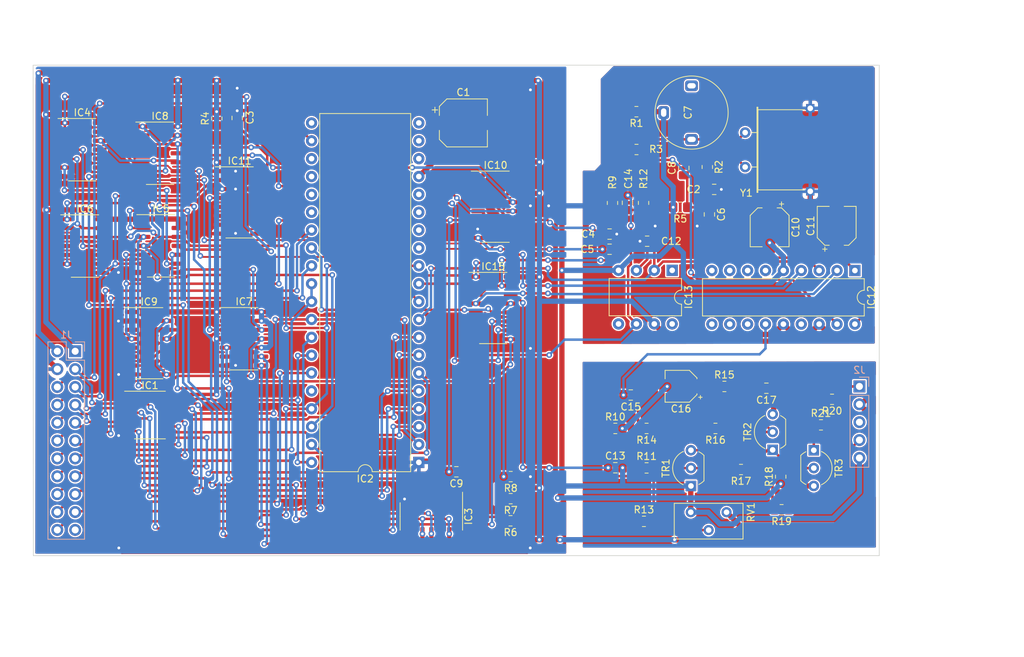
<source format=kicad_pcb>
(kicad_pcb (version 20221018) (generator pcbnew)
  (title_block (title "Dragon 32 CPU UK Issue 2 Mainboard") (date "2023-05-25") (rev "3.0") (company "Dragon Data") (comment 1 "Revised and Modified by Julian Brown"))
  (layers (0 "F.Cu" signal) (31 "B.Cu" signal) (34 "B.Paste" user) (35 "F.Paste" user) (36 "B.SilkS" user "B.Silkscreen") (37 "F.SilkS" user "F.Silkscreen") (38 "B.Mask" user) (39 "F.Mask" user) (44 "Edge.Cuts" user))
  (net 0 "")
  (net 1 "GND")
  (net 2 "Net-(IC11A-RCext)")
  (net 3 "Net-(C4-Pad1)")
  (net 4 "Net-(C5-Pad1)")
  (net 5 "Net-(C6-Pad1)")
  (net 6 "Net-(C8-Pad2)")
  (net 7 "/LINE PULSES")
  (net 8 "Net-(IC13-+)")
  (net 9 "Net-(C15-Pad1)")
  (net 10 "Net-(C16-Pad1)")
  (net 11 "Net-(TR1-C)")
  (net 12 "Net-(IC1-Q0)")
  (net 13 "Net-(IC1-Q1)")
  (net 14 "Net-(IC1-Q2)")
  (net 15 "Net-(IC1-Q3)")
  (net 16 "Net-(IC1-Q4)")
  (net 17 "Net-(IC1-Q5)")
  (net 18 "Net-(IC1-Q6)")
  (net 19 "Net-(IC1-Q7)")
  (net 22 "~{RAS0}")
  (net 26 "VCLK")
  (net 35 "Net-(IC3-Pad3)")
  (net 36 "Net-(IC3-Pad4)")
  (net 37 "DO7")
  (net 38 "Net-(IC8A-MR)")
  (net 39 "/~{VCLK}")
  (net 40 "DO6")
  (net 41 "Net-(IC7B-Q)")
  (net 42 "DO5")
  (net 43 "Net-(IC4-Pad1)")
  (net 44 "DO4")
  (net 45 "Net-(IC6B-Q0)")
  (net 46 "DO3")
  (net 47 "Net-(IC6A-Q3)")
  (net 48 "DO2")
  (net 49 "/FS'")
  (net 50 "DO1")
  (net 51 "Net-(IC8B-Q3)")
  (net 52 "DO0")
  (net 53 "Net-(IC8B-Q2)")
  (net 54 "LEAD")
  (net 55 "Net-(IC8B-Q1)")
  (net 56 "LAG")
  (net 57 "Net-(IC8A-Q2)")
  (net 58 "Net-(IC7B-C)")
  (net 59 "Net-(IC7B-D)")
  (net 60 "Net-(IC9B-Q0)")
  (net 61 "CHROME CONTROL")
  (net 62 "Composite")
  (net 67 "LINE PULSE")
  (net 70 "Net-(IC7A-D)")
  (net 71 "Net-(IC11A-~{Q})")
  (net 74 "/~{VCLK}{slash}16")
  (net 75 "CHB")
  (net 76 "phiB")
  (net 77 "phiA")
  (net 78 "~{FS}")
  (net 79 "Net-(IC8B-Q0)")
  (net 84 "Net-(IC9A-Q3)")
  (net 85 "Net-(IC9B-Q3)")
  (net 87 "DA0")
  (net 92 "GM2")
  (net 93 "LUM")
  (net 94 "GM1")
  (net 95 "GM0")
  (net 96 "CLK")
  (net 98 "~{A}{slash}G")
  (net 100 "~{HS}")
  (net 101 "CSS")
  (net 103 "MUX Z")
  (net 104 "SYNC CONTROL")
  (net 112 "~{NHS}")
  (net 121 "BIAS")
  (net 122 "Net-(R13-Pad1)")
  (net 123 "Net-(TR3-E)")
  (net 125 "Net-(IC15-Z0)")
  (net 126 "ChrOSC")
  (net 127 "MUX Y")
  (net 128 "LUM CONTROL")
  (net 129 "+5V")
  (net 130 "-5V")
  (net 131 "VID OUT")
  (net 132 "MUX X")
  (net 133 "Net-(TR2-E)")
  (net 134 "Net-(TR1-B)")
  (net 135 "Net-(C7-Pad1)")
  (footprint "Capacitor_SMD:C_0805_2012Metric_Pad1.18x1.45mm_HandSolder" (layer "F.Cu") (at 319.4502 84.5092 180)
    (fp_text reference "C12")
    (fp_text value "0.01uF")
  )
  (footprint "Resistor_SMD:R_0805_2012Metric_Pad1.20x1.40mm_HandSolder" (layer "F.Cu") (at 300.0716 117.9716 180)
    (fp_text reference "R8")
    (fp_text value "1K8")
  )
  (footprint "Resistor_SMD:R_0805_2012Metric_Pad1.20x1.40mm_HandSolder" (layer "F.Cu") (at 327.9982 73.9582 -90)
    (fp_text reference "R2")
    (fp_text value "1K")
  )
  (footprint "Package_TO_SOT_THT:TO-92_Inline_Wide" (layer "F.Cu") (at 325.673961 119.3038 90)
    (fp_text reference "TR1")
    (fp_text value "2N2369")
  )
  (footprint "Capacitor_SMD:C_0805_2012Metric_Pad1.18x1.45mm_HandSolder" (layer "F.Cu") (at 314.1162 85.6522)
    (fp_text reference "C5")
    (fp_text value "100pF")
  )
  (footprint "Capacitor_SMD:CP_Elec_4x5.4" (layer "F.Cu") (at 324.264261 105.1306 180)
    (fp_text reference "C16")
    (fp_text value "1uF")
  )
  (footprint "Capacitor_SMD:C_0805_2012Metric_Pad1.18x1.45mm_HandSolder" (layer "F.Cu") (at 336.392761 105.41 180)
    (fp_text reference "C17")
    (fp_text value "22pF")
  )
  (footprint "Capacitor_SMD:C_0805_2012Metric_Pad1.18x1.45mm_HandSolder" (layer "F.Cu") (at 292.354 117.286 180)
    (fp_text reference "C9")
    (fp_text value "180pF")
  )
  (footprint "Capacitor_SMD:C_0805_2012Metric_Pad1.18x1.45mm_HandSolder" (layer "F.Cu") (at 314.929761 116.713)
    (fp_text reference "C13")
    (fp_text value "22pF")
  )
  (footprint "Package_SO:SOIC-14_3.9x8.7mm_P1.27mm" (layer "F.Cu") (at 288.798 123.636 -90)
    (fp_text reference "IC3")
    (fp_text value "74HCT00")
  )
  (footprint "Resistor_SMD:R_0805_2012Metric_Pad1.20x1.40mm_HandSolder" (layer "F.Cu") (at 319.374761 116.7384)
    (fp_text reference "R11")
    (fp_text value "1K")
  )
  (footprint "Resistor_SMD:R_0805_2012Metric_Pad1.20x1.40mm_HandSolder" (layer "F.Cu") (at 324.1492 79.6832 180)
    (fp_text reference "R5")
    (fp_text value "1K")
  )
  (footprint "Package_TO_SOT_THT:TO-92_Inline_Wide" (layer "F.Cu") (at 337.281761 114.173 90)
    (fp_text reference "TR2")
    (fp_text value "2N2369")
  )
  (footprint "Package_SO:SOIC-16_3.9x9.9mm_P1.27mm" (layer "F.Cu") (at 248.7056 99.0092)
    (fp_text reference "IC9")
    (fp_text value "74HCT390")
  )
  (footprint "Capacitor_SMD:CP_Elec_5x5.8" (layer "F.Cu") (at 346.3798 82.3214 90)
    (fp_text reference "C11")
    (fp_text value "47uF")
  )
  (footprint "Dragon:Trimmer-7.5mm" (layer "F.Cu") (at 325.7594 66.2212 90)
    (fp_text reference "C7")
    (fp_text value "2-22pF")
  )
  (footprint "Resistor_SMD:R_0805_2012Metric_Pad1.20x1.40mm_HandSolder" (layer "F.Cu") (at 344.1446 110.617)
    (fp_text reference "R21")
    (fp_text value "270R")
  )
  (footprint "Capacitor_SMD:C_0805_2012Metric_Pad1.18x1.45mm_HandSolder" (layer "F.Cu") (at 314.1162 83.4932)
    (fp_text reference "C4")
    (fp_text value "180pF")
  )
  (footprint "Capacitor_SMD:C_0805_2012Metric_Pad1.18x1.45mm_HandSolder" (layer "F.Cu") (at 324.6572 74.0952 90)
    (fp_text reference "C8")
    (fp_text value "33pF")
  )
  (footprint "Package_SO:SOIC-14_3.9x8.7mm_P1.27mm" (layer "F.Cu") (at 250.3932 85.1662)
    (fp_text reference "IC5")
    (fp_text value "74HCT86")
  )
  (footprint "Package_SO:SOIC-14_3.9x8.7mm_P1.27mm" (layer "F.Cu") (at 239.206 71.501)
    (fp_text reference "IC4")
    (fp_text value "74HCT20")
  )
  (footprint "Package_TO_SOT_THT:TO-92_Inline_Wide" (layer "F.Cu") (at 343.123761 114.2238 -90)
    (fp_text reference "TR3")
    (fp_text value "BC212")
  )
  (footprint "Resistor_SMD:R_0805_2012Metric_Pad1.20x1.40mm_HandSolder" (layer "F.Cu") (at 317.9262 66.0942 180)
    (fp_text reference "R1")
    (fp_text value "3K3")
  )
  (footprint "Resistor_SMD:R_0805_2012Metric_Pad1.20x1.40mm_HandSolder" (layer "F.Cu") (at 345.718161 106.9848 180)
    (fp_text reference "R20")
    (fp_text value "270R")
  )
  (footprint "Package_SO:SOIC-16_3.9x9.9mm_P1.27mm" (layer "F.Cu") (at 297.5864 94.0054)
    (fp_text reference "IC15")
    (fp_text value "CD4053")
  )
  (footprint "Potentiometer_THT:Potentiometer_Bourns_3386X_Horizontal" (layer "F.Cu") (at 330.728561 123.0376 -90)
    (fp_text reference "RV1")
    (fp_text value "10K")
  )
  (footprint "Resistor_SMD:R_0805_2012Metric_Pad1.20x1.40mm_HandSolder" (layer "F.Cu") (at 314.929761 111.125)
    (fp_text reference "R10")
    (fp_text value "22K")
  )
  (footprint "Crystal:Crystal_HC49-U_Horizontal_1EP_style2" (layer "F.Cu") (at 333.375 73.9626 90)
    (fp_text reference "Y1")
    (fp_text value "4.433619MHz")
  )
  (footprint "Resistor_SMD:R_0805_2012Metric_Pad1.20x1.40mm_HandSolder" (layer "F.Cu") (at 318.993761 124.333)
    (fp_text reference "R13")
    (fp_text value "2K7")
  )
  (footprint "Capacitor_SMD:C_0805_2012Metric_Pad1.18x1.45mm_HandSolder" (layer "F.Cu") (at 317.124961 106.3752 180)
    (fp_text reference "C15")
    (fp_text value "0.01uF")
  )
  (footprint "Resistor_SMD:R_0805_2012Metric_Pad1.20x1.40mm_HandSolder" (layer "F.Cu") (at 319.374761 111.125 180)
    (fp_text reference "R14")
    (fp_text value "2K7")
  )
  (footprint "Capacitor_SMD:C_0805_2012Metric_Pad1.18x1.45mm_HandSolder" (layer "F.Cu") (at 328.9752 77.1432)
    (fp_text reference "C2")
    (fp_text value "33pF")
  )
  (footprint "Capacitor_SMD:C_0805_2012Metric_Pad1.18x1.45mm_HandSolder" (layer "F.Cu") (at 261.2136 66.9852 90)
    (fp_text reference "C3")
    (fp_text value "330pF")
  )
  (footprint "Capacitor_SMD:CP_Elec_6.3x5.8" (layer "F.Cu") (at 293.3446 67.691)
    (fp_text reference "C1")
    (fp_text value "100uF")
  )
  (footprint "Resistor_SMD:R_0805_2012Metric_Pad1.20x1.40mm_HandSolder" (layer "F.Cu") (at 338.551761 122.682 180)
    (fp_text reference "R19")
    (fp_text value "10R")
  )
  (footprint "Package_SO:TSSOP-20_4.4x6.5mm_P0.65mm" (layer "F.Cu") (at 248.8184 109.22)
    (fp_text reference "IC1")
    (fp_text value "74HCT273")
  )
  (footprint "Package_SO:SOIC-14_3.9x8.7mm_P1.27mm" (layer "F.Cu") (at 239.587 85.1916)
    (fp_text reference "IC6")
    (fp_text value "74HCT393")
  )
  (footprint "Resistor_SMD:R_0805_2012Metric_Pad1.20x1.40mm_HandSolder" (layer "F.Cu") (at 314.5282 79.0702 -90)
    (fp_text reference "R9")
    (fp_text value "10K")
  )
  (footprint "Resistor_SMD:R_0805_2012Metric_Pad1.20x1.40mm_HandSolder" (layer "F.Cu") (at 300.0444 124.2568 180)
    (fp_text reference "R6")
    (fp_text value "12K")
  )
  (footprint "Package_SO:SOIC-16_3.9x9.9mm_P1.27mm" (layer "F.Cu") (at 297.915204 79.6036)
    (fp_text reference "IC10")
    (fp_text value "74HCT32")
  )
  (footprint "Resistor_SMD:R_0805_2012Metric_Pad1.20x1.40mm_HandSolder" (layer "F.Cu") (at 329.153761 111.125 180)
    (fp_text reference "R16")
    (fp_text value "5K6")
  )
  (footprint "Resistor_SMD:R_0805_2012Metric_Pad1.20x1.40mm_HandSolder" (layer "F.Cu") (at 258.318 67.0596 90)
    (fp_text reference "R4")
    (fp_text value "27K")
  )
  (footprint "Resistor_SMD:R_0805_2012Metric_Pad1.20x1.40mm_HandSolder" (layer "F.Cu") (at 338.424761 117.983 90)
    (fp_text reference "R18")
    (fp_text value "330R")
  )
  (footprint "Package_SO:SOIC-14_3.9x8.7mm_P1.27mm" (layer "F.Cu") (at 250.255 72.009)
    (fp_text reference "IC8")
    (fp_text value "74HCT393")
  )
  (footprint "Capacitor_SMD:C_0805_2012Metric_Pad1.18x1.45mm_HandSolder" (layer "F.Cu") (at 328.2994 80.6992 -90)
    (fp_text reference "C6")
    (fp_text value "0.1uF")
  )
  (footprint "Resistor_SMD:R_0805_2012Metric_Pad1.20x1.40mm_HandSolder" (layer "F.Cu") (at 332.785961 116.967 180)
    (fp_text reference "R17")
    (fp_text value "2K7")
  )
  (footprint "Resistor_SMD:R_0805_2012Metric_Pad1.20x1.40mm_HandSolder" (layer "F.Cu") (at 300.0662 121.1072 180)
    (fp_text reference "R7")
    (fp_text value "8K2")
  )
  (footprint "Package_SO:SOIC-14_3.9x8.7mm_P1.27mm" (layer "F.Cu") (at 262.19 98.3742)
    (fp_text reference "IC7")
    (fp_text value "74ALS74N")
  )
  (footprint "Resistor_SMD:R_0805_2012Metric_Pad1.20x1.40mm_HandSolder" (layer "F.Cu") (at 318.9422 79.0642 90)
    (fp_text reference "R12")
    (fp_text value "10K")
  )
  (footprint "Resistor_SMD:R_0805_2012Metric_Pad1.20x1.40mm_HandSolder" (layer "F.Cu") (at 330.423761 105.156)
    (fp_text reference "R15")
    (fp_text value "1K2")
  )
  (footprint "Package_DIP:DIP-40_W15.24mm" (layer "F.Cu") (at 287.02 115.951 180)
    (fp_text reference "IC2")
    (fp_text value "MC6847")
  )
  (footprint "Package_DIP:DIP-8_W7.62mm" (layer "F.Cu") (at 323.0062 88.6494 -90)
    (fp_text reference "IC13")
    (fp_text value "2318")
  )
  (footprint "Package_SO:SOIC-16_3.9x9.9mm_P1.27mm" (layer "F.Cu") (at 261.558 78.994)
    (fp_text reference "IC11")
    (fp_text value "74LS123N")
  )
  (footprint "Capacitor_SMD:CP_Elec_5x5.8" (layer "F.Cu") (at 336.8548 82.5344 -90)
    (fp_text reference "C10")
    (fp_text value "4.7uF")
  )
  (footprint "Package_DIP:DIP-18_W7.62mm" (layer "F.Cu") (at 348.965 88.6748 -90)
    (fp_text reference "IC12")
    (fp_text value "LM1889N")
  )
  (footprint "Capacitor_SMD:C_0805_2012Metric_Pad1.18x1.45mm_HandSolder" (layer "F.Cu") (at 316.6562 79.0482 90)
    (fp_text reference "C14")
    (fp_text value "4.7pF")
  )
  (footprint "Resistor_SMD:R_0805_2012Metric_Pad1.20x1.40mm_HandSolder" (layer "F.Cu") (at 317.9398 71.469 180)
    (fp_text reference "R3")
    (fp_text value "5K6")
  )
  (footprint "Connector_PinHeader_2.54mm:PinHeader_2x11_P2.54mm_Vertical" (layer "B.Cu") (at 238.2012 100.1522 180)
    (fp_text reference "J1")
    (fp_text value "Board Interconnect Male")
  )
  (footprint "Connector_PinHeader_2.54mm:PinHeader_1x05_P2.54mm_Vertical" (layer "B.Cu") (at 349.6056 105.156 180)
    (fp_text reference "J2")
    (fp_text value "Video Output")
  )
  (gr_line (start 232.2576 129.2098) (end 352.425 129.2098) (stroke (width 0.1)) (layer "Edge.Cuts"))
  (gr_line (start 352.425 59.4868) (end 232.2322 59.4868) (stroke (width 0.1)) (layer "Edge.Cuts"))
  (gr_line (start 232.2322 59.4868) (end 232.2576 129.2098) (stroke (width 0.1)) (layer "Edge.Cuts"))
  (gr_line (start 352.425 129.2098) (end 352.425 59.4868) (stroke (width 0.1)) (layer "Edge.Cuts"))
  (segment (start 299.794148 116.586) (end 294.0915 116.586) (width 0.75) (layer "F.Cu") (net 1))
  (segment (start 248.372326 97.1042) (end 251.1806 97.1042) (width 0.75) (layer "F.Cu") (net 1))
  (segment (start 295.1114 98.2868) (end 295.3004 98.4758) (width 0.75) (layer "F.Cu") (net 1))
  (segment (start 246.3546 76.327) (end 246.3292 76.3016) (width 0.5) (layer "F.Cu") (net 1))
  (segment (start 302.8582 117.9716) (end 302.8696 117.983) (width 0.5) (layer "F.Cu") (net 1))
  (segment (start 237.112 89.0016) (end 233.0196 89.0016) (width 0.75) (layer "F.Cu") (net 1))
  (segment (start 260.985 77.089) (end 264.033 77.089) (width 0.75) (layer "F.Cu") (net 1))
  (segment (start 301.0716 117.9716) (end 302.8582 117.9716) (width 0.75) (layer "F.Cu") (net 1))
  (segment (start 245.9559 112.145) (end 244.3774 112.145) (width 0.5) (layer "F.Cu") (net 1))
  (segment (start 296.4068 99.7458) (end 302.8696 99.7458) (width 0.75) (layer "F.Cu") (net 1))
  (segment (start 293.3915 117.240352) (end 291.924348 115.7732) (width 0.75) (layer "F.Cu") (net 1))
  (segment (start 247.78 76.2224) (end 247.6754 76.327) (width 0.5) (layer "F.Cu") (net 1))
  (segment (start 244.3988 128.1176) (end 233.9594 128.1176) (width 0.75) (layer "F.Cu") (net 1))
  (segment (start 291.924348 115.7732) (end 287.1978 115.7732) (width 0.75) (layer "F.Cu") (net 1))
  (segment (start 315.967261 111.1625) (end 315.929761 111.125) (width 0.75) (layer "F.Cu") (net 1))
  (segment (start 244.3774 112.145) (end 244.3734 112.141) (width 0.5) (layer "F.Cu") (net 1))
  (segment (start 247.8928 88.9508) (end 247.9182 88.9762) (width 0.5) (layer "F.Cu") (net 1))
  (segment (start 233.0196 89.0016) (end 232.9434 89.0778) (width 0.75) (layer "F.Cu") (net 1))
  (segment (start 302.6065 62.7289) (end 296.037 62.7289) (width 0.75) (layer "F.Cu") (net 1))
  (segment (start 329.9912 77.1432) (end 329.9912 77.1217) (width 0.5) (layer "F.Cu") (net 1))
  (segment (start 232.9434 127.1016) (end 232.9434 99.9744) (width 0.75) (layer "F.Cu") (net 1))
  (segment (start 292.7096 62.7289) (end 292.6846 62.7539) (width 0.75) (layer "F.Cu") (net 1))
  (segment (start 292.6846 62.7539) (end 261.2136 62.7539) (width 0.75) (layer "F.Cu") (net 1))
  (segment (start 329.9912 77.1217) (end 330.0127 77.1432) (width 0.5) (layer "F.Cu") (net 1))
  (segment (start 260.985 74.549) (end 259.083 74.549) (width 0.75) (layer "F.Cu") (net 1))
  (segment (start 330.0127 77.1432) (end 329.9912 77.1432) (width 0.5) (layer "F.Cu") (net 1))
  (segment (start 232.9434 89.0778) (end 232.9434 99.9744) (width 0.75) (layer "F.Cu") (net 1))
  (segment (start 301.0716 117.9716) (end 301.092148 117.951052) (width 0.75) (layer "F.Cu") (net 1))
  (segment (start 315.1537 83.4932) (end 315.1537 85.6522) (width 0.75) (layer "F.Cu") (net 1))
  (segment (start 295.1114 95.9104) (end 295.1114 98.2868) (width 0.75) (layer "F.Cu") (net 1))
  (segment (start 301.0716 117.863452) (end 299.794148 116.586) (width 0.75) (layer "F.Cu") (net 1))
  (segment (start 259.7404 102.1588) (end 259.715 102.1842) (width 0.75) (layer "F.Cu") (net 1))
  (segment (start 261.2136 65.9477) (end 261.2136 65.9638) (width 0.75) (layer "F.Cu") (net 1))
  (segment (start 329.9912 77.1432) (end 331.4158 77.1432) (width 0.75) (layer "F.Cu") (net 1))
  (segment (start 247.78 75.819) (end 247.78 76.2224) (width 0.5) (layer "F.Cu") (net 1))
  (segment (start 296.0446 67.691) (end 296.0446 62.7365) (width 0.75) (layer "F.Cu") (net 1))
  (segment (start 244.3988 128.1176) (end 244.8814 128.6002) (width 0.75) (layer "F.Cu") (net 1))
  (segment (start 287.1978 115.7732) (end 287.02 115.951) (width 0.75) (layer "F.Cu") (net 1))
  (segment (start 346.0914 80.1214) (end 346.3742 80.4042) (width 0.75) (layer "F.Cu") (net 1))
  (segment (start 315.1322 85.6307) (end 315.1537 85.6522) (width 0.5) (layer "F.Cu") (net 1))
  (segment (start 261.2136 62.7539) (end 233.59802 62.7539) (width 0.75) (layer "F.Cu") (net 1))
  (segment (start 292.7274 62.7467) (end 292.7096 62.7289) (width 0.75) (layer "F.Cu") (net 1))
  (segment (start 320.5932 82.3502) (end 326.5622 82.3502) (width 0.75) (layer "F.Cu") (net 1))
  (segment (start 302.8696 62.992) (end 302.6065 62.7289) (width 0.75) (layer "F.Cu") (net 1))
  (segment (start 301.0716 117.9716) (end 301.0716 117.863452) (width 0.75) (layer "F.Cu") (net 1))
  (segment (start 260.985 102.1588) (end 259.7404 102.1588) (width 0.75) (layer "F.Cu") (net 1))
  (segment (start 232.9434 99.9744) (end 235.6612 102.6922) (width 0.75) (layer "F.Cu") (net 1))
  (segment (start 302.3616 128.6002) (end 302.8442 128.1176) (width 0.75) (layer "F.Cu") (net 1))
  (segment (start 331.4192 77.1398) (end 334.4008 80.1214) (width 0.75) (layer "F.Cu") (net 1))
  (segment (start 315.967261 116.713) (end 315.967261 111.1625) (width 0.75) (layer "F.Cu") (net 1))
  (segment (start 236.731 75.311) (end 232.9434 75.311) (width 0.75) (layer "F.Cu") (net 1))
  (segment (start 260.9342 83.439) (end 259.083 83.439) (width 0.75) (layer "F.Cu") (net 1))
  (segment (start 244.348 95.8596) (end 246.2052 95.8596) (width 0.75) (layer "F.Cu") (net 1))
  (segment (start 293.3915 117.286) (end 293.3915 117.240352) (width 0.75) (layer "F.Cu") (net 1))
  (segment (start 260.985 83.3882) (end 260.9342 83.439) (width 0.75) (layer "F.Cu") (net 1))
  (segment (start 233.59802 62.7539) (end 233.25192 62.4078) (width 0.75) (layer "F.Cu") (net 1))
  (segment (start 232.9434 75.311) (end 232.9434 89.0778) (width 0.75) (layer "F.Cu") (net 1))
  (segment (start 296.0446 62.7365) (end 296.037 62.7289) (width 0.75) (layer "F.Cu") (net 1))
  (segment (start 325.648561 119.3292) (end 325.673961 119.3038) (width 0.75) (layer "F.Cu") (net 1))
  (segment (start 295.1114 98.4504) (end 296.4068 99.7458) (width 0.75) (layer "F.Cu") (net 1))
  (segment (start 305.4604 79.4766) (end 302.8696 79.4766) (width 0.75) (layer "F.Cu") (net 1))
  (segment (start 232.9434 62.4078) (end 232.9434 75.311) (width 0.75) (layer "F.Cu") (net 1))
  (segment (start 344.8084 80.1214) (end 346.0914 80.1214) (width 0.75) (layer "F.Cu") (net 1))
  (segment (start 331.4158 77.1432) (end 331.4192 77.1398) (width 0.5) (layer "F.Cu") (net 1))
  (segment (start 342.625 80.117) (end 342.6206 80.1214) (width 0.75) (layer "F.Cu") (net 1))
  (segment (start 244.3734 103.4542) (end 246.2306 103.4542) (width 0.5) (layer "F.Cu") (net 1))
  (segment (start 301.0716 117.9716) (end 301.083 117.983) (width 0.75) (layer "F.Cu") (net 1))
  (segment (start 233.9594 128.1176) (end 232.9434 127.1016) (width 0.75) (layer "F.Cu") (net 1))
  (segment (start 334.4008 80.1214) (end 344.8084 80.1214) (width 0.75) (layer "F.Cu") (net 1))
  (segment (start 325.648561 123.0376) (end 325.648561 119.3292) (width 0.75) (layer "F.Cu") (net 1))
  (segment (start 244.348 88.9508) (end 247.8928 88.9508) (width 0.75) (layer "F.Cu") (net 1))
  (segment (start 296.037 62.7289) (end 292.7096 62.7289) (width 0.75) (layer "F.Cu") (net 1))
  (segment (start 294.0915 116.586) (end 293.3915 117.286) (width 0.75) (layer "F.Cu") (net 1))
  (segment (start 247.6754 76.327) (end 246.3546 76.327) (width 0.5) (layer "F.Cu") (net 1))
  (segment (start 246.2306 95.8342) (end 247.102326 95.8342) (width 0.75) (layer "F.Cu") (net 1))
  (segment (start 233.25192 62.4078) (end 232.9434 62.4078) (width 0.75) (layer "F.Cu") (net 1))
  (segment (start 244.8814 128.6002) (end 302.3616 128.6002) (width 0.75) (layer "F.Cu") (net 1))
  (segment (start 342.625 77.4126) (end 342.625 80.117) (width 0.75) (layer "F.Cu") (net 1))
  (segment (start 247.102326 95.8342) (end 248.372326 97.1042) (width 0.75) (layer "F.Cu") (net 1))
  (segment (start 246.3292 76.3016) (end 232.9434 76.3016) (width 0.75) (layer "F.Cu") (net 1))
  (via (at 315.929761 111.125) (size 0.8) (drill 0.4) (layers "F.Cu" "B.Cu") (net 1))
  (via (at 305.4604 79.4766) (size 0.8) (drill 0.4) (layers "F.Cu" "B.Cu") (net 1))
  (via (at 260.985 102.1588) (size 0.8) (drill 0.4) (layers "F.Cu" "B.Cu") (net 1))
  (via (at 244.348 88.9508) (size 0.8) (drill 0.4) (layers "F.Cu" "B.Cu") (net 1))
  (via (at 318.4342 84.5092) (size 0.8) (drill 0.4) (layers "F.Cu" "B.Cu") (net 1))
  (via (at 261.2136 65.9638) (size 0.8) (drill 0.4) (layers "F.Cu" "B.Cu") (net 1))
  (via (at 244.3734 112.141) (size 0.8) (drill 0.4) (layers "F.Cu" "B.Cu") (net 1))
  (via (at 302.8696 62.992) (size 0.8) (drill 0.4) (layers "F.Cu" "B.Cu") (net 1))
  (via (at 302.8442 128.1176) (size 0.8) (drill 0.4) (layers "F.Cu" "B.Cu") (net 1))
  (via (at 302.8696 79.4766) (size 0.8) (drill 0.4) (layers "F.Cu" "B.Cu") (net 1))
  (via (at 295.375204 82.7786) (size 0.8) (drill 0.4) (layers "F.Cu" "B.Cu") (net 1))
  (via (at 260.985 83.3882) (size 0.8) (drill 0.4) (layers "F.Cu" "B.Cu") (net 1))
  (via (at 302.8696 99.7458) (size 0.8) (drill 0.4) (layers "F.Cu" "B.Cu") (net 1))
  (via (at 315.1322 83.4932) (size 0.8) (drill 0.4) (layers "F.Cu" "B.Cu") (net 1))
  (via (at 302.8696 117.983) (size 0.8) (drill 0.4) (layers "F.Cu" "B.Cu") (net 1))
  (via (at 315.967261 116.713) (size 0.8) (drill 0.4) (layers "F.Cu" "B.Cu") (net 1))
  (via (at 244.348 95.8596) (size 0.8) (drill 0.4) (layers "F.Cu" "B.Cu") (net 1))
  (via (at 284.988 121.161) (size 0.8) (drill 0.4) (layers "F.Cu" "B.Cu") (net 1))
  (via (at 260.985 77.089) (size 0.8) (drill 0.4) (layers "F.Cu" "B.Cu") (net 1))
  (via (at 261.2136 62.7539) (size 0.8) (drill 0.4) (layers "F.Cu" "B.Cu") (net 1))
  (via (at 260.985 74.549) (size 0.8) (drill 0.4) (layers "F.Cu" "B.Cu") (net 1))
  (via (at 329.9912 77.1432) (size 0.8) (drill 0.4) (layers "F.Cu" "B.Cu") (net 1))
  (via (at 244.3734 103.4542) (size 0.8) (drill 0.4) (layers "F.Cu" "B.Cu") (net 1))
  (via (at 244.3988 128.1176) (size 0.8) (drill 0.4) (layers "F.Cu" "B.Cu") (net 1))
  (via (at 322.295761 105.156) (size 0.8) (drill 0.4) (layers "F.Cu" "B.Cu") (net 1))
  (via (at 320.5932 82.3502) (size 0.8) (drill 0.4) (layers "F.Cu" "B.Cu") (net 1))
  (via (at 326.5622 82.3502) (size 0.8) (drill 0.4) (layers "F.Cu" "B.Cu") (net 1))
  (segment (start 305.2415 127.34218) (end 304.46608 128.1176) (width 0.75) (layer "B.Cu") (net 1))
  (segment (start 349.6056 120.1674) (end 345.8718 123.9012) (width 0.75) (layer "B.Cu") (net 1))
  (segment (start 244.3988 128.1176) (end 244.3734 128.0922) (width 0.75) (layer "B.Cu") (net 1))
  (segment (start 318.4342 84.5092) (end 320.5932 82.3502) (width 0.75) (layer "B.Cu") (net 1))
  (segment (start 316.1482 84.5092) (end 315.1322 83.4932) (width 0.75) (layer "B.Cu") (net 1))
  (segment (start 305.2415 120.6001) (end 305.2415 127.34218) (width 0.75) (layer "B.Cu") (net 1))
  (segment (start 260.985 66.1924) (end 260.985 74.549) (width 0.75) (layer "B.Cu") (net 1))
  (segment (start 302.8696 128.143) (end 302.8696 117.983) (width 0.75) (layer "B.Cu") (net 1))
  (segment (start 315.976 116.721739) (end 315.967261 116.713) (width 0.75) (layer "B.Cu") (net 1))
  (segment (start 302.8696 117.983) (end 302.8696 99.7458) (width 0.75) (layer "B.Cu") (net 1))
  (segment (start 304.46608 128.1176) (end 302.8442 128.1176) (width 0.75) (layer "B.Cu") (net 1))
  (segment (start 244.3734 112.141) (end 244.3734 103.4542) (width 0.75) (layer "B.Cu") (net 1))
  (segment (start 318.4342 84.5092) (end 316.1482 84.5092) (width 0.75) (layer "B.Cu") (net 1))
  (segment (start 287.02 115.951) (end 284.988 117.983) (width 0.75) (layer "B.Cu") (net 1))
  (segment (start 261.2136 65.9638) (end 261.2136 62.7539) (width 0.75) (layer "B.Cu") (net 1))
  (segment (start 244.3734 103.4542) (end 244.3734 95.885) (width 0.75) (layer "B.Cu") (net 1))
  (segment (start 349.6056 115.316) (end 349.6056 120.1674) (width 0.75) (layer "B.Cu") (net 1))
  (segment (start 315.976 119.3038) (end 306.5378 119.3038) (width 0.75) (layer "B.Cu") (net 1))
  (segment (start 329.7682 124.6886) (end 328.1172 123.0376) (width 0.75) (layer "B.Cu") (net 1))
  (segment (start 315.929761 111.125) (end 316.326761 111.125) (width 0.75) (layer "B.Cu") (net 1))
  (segment (start 295.400604 82.7532) (end 295.375204 82.7786) (width 0.5) (layer "B.Cu") (net 1))
  (segment (start 302.8696 79.4766) (end 302.8696 62.992) (width 0.75) (layer "B.Cu") (net 1))
  (segment (start 302.8696 99.7458) (end 302.8696 98.4758) (width 0.75) (layer "B.Cu") (net 1))
  (segment (start 302.8696 82.7532) (end 295.400604 82.7532) (width 0.75) (layer "B.Cu") (net 1))
  (segment (start 261.2136 65.9638) (end 260.985 66.1924) (width 0.75) (layer "B.Cu") (net 1))
  (segment (start 345.8718 123.9012) (end 332.6384 123.9012) (width 0.75) (layer "B.Cu") (net 1))
  (segment (start 325.673961 119.3038) (end 315.976 119.3038) (width 0.75) (layer "B.Cu") (net 1))
  (segment (start 302.8696 98.4758) (end 302.8696 79.4766) (width 0.75) (layer "B.Cu") (net 1))
  (segment (start 311.1156 79.4766) (end 305.4604 79.4766) (width 0.75) (layer "B.Cu") (net 1))
  (segment (start 332.6384 123.9012) (end 331.851 124.6886) (width 0.75) (layer "B.Cu") (net 1))
  (segment (start 244.3734 95.885) (end 244.348 95.8596) (width 0.5) (layer "B.Cu") (net 1))
  (segment (start 315.1322 83.4932) (end 311.1156 79.4766) (width 0.75) (layer "B.Cu") (net 1))
  (segment (start 244.348 95.8596) (end 244.348 88.9508) (width 0.75) (layer "B.Cu") (net 1))
  (segment (start 316.326761 111.125) (end 322.295761 105.156) (width 0.75) (layer "B.Cu") (net 1))
  (segment (start 260.985 74.549) (end 260.985 77.089) (width 0.75) (layer "B.Cu") (net 1))
  (segment (start 326.5622 80.5722) (end 329.9912 77.1432) (width 0.75) (layer "B.Cu") (net 1))
  (segment (start 244.3734 128.0922) (end 244.3734 112.141) (width 0.75) (layer "B.Cu") (net 1))
  (segment (start 306.5378 119.3038) (end 305.2415 120.6001) (width 0.75) (layer "B.Cu") (net 1))
  (segment (start 315.976 119.3038) (end 315.976 116.721739) (width 0.75) (layer "B.Cu") (net 1))
  (segment (start 328.1172 123.0376) (end 325.648561 123.0376) (width 0.75) (layer "B.Cu") (net 1))
  (segment (start 331.851 124.6886) (end 329.7682 124.6886) (width 0.75) (layer "B.Cu") (net 1))
  (segment (start 326.5622 82.3502) (end 326.5622 80.5722) (width 0.75) (layer "B.Cu") (net 1))
  (segment (start 260.985 77.089) (end 260.985 83.3882) (width 0.75) (layer "B.Cu") (net 1))
  (segment (start 284.988 117.983) (end 284.988 121.161) (width 0.75) (layer "B.Cu") (net 1))
  (segment (start 260.985 83.3882) (end 260.985 102.1588) (width 0.75) (layer "B.Cu") (net 1))
  (segment (start 258.3549 68.0227) (end 258.318 68.0596) (width 0.35) (layer "F.Cu") (net 2))
  (segment (start 264.621883 75.819) (end 265.483 74.957883) (width 0.35) (layer "F.Cu") (net 2))
  (segment (start 265.483 74.957883) (end 265.483 72.2921) (width 0.35) (layer "F.Cu") (net 2))
  (segment (start 261.2136 68.0227) (end 258.3549 68.0227) (width 0.35) (layer "F.Cu") (net 2))
  (segment (start 264.033 75.819) (end 264.621883 75.819) (width 0.35) (layer "F.Cu") (net 2))
  (segment (start 265.483 72.2921) (end 261.2136 68.0227) (width 0.35) (layer "F.Cu") (net 2))
  (segment (start 305.6559 81.8515) (end 305.2876 81.4832) (width 0.35) (layer "F.Cu") (net 3))
  (segment (start 312.5922 83.4932) (end 311.7032 82.6042) (width 0.35) (layer "F.Cu") (net 3))
  (segment (start 297.402742 78.9686) (end 295.440204 78.9686) (width 0.35) (layer "F.Cu") (net 3))
  (segment (start 300.390204 81.5086) (end 299.942742 81.5086) (width 0.35) (layer "F.Cu") (net 3))
  (segment (start 313.0787 83.4932) (end 312.5922 83.4932) (width 0.35) (layer "F.Cu") (net 3))
  (segment (start 299.942742 81.5086) (end 297.402742 78.9686) (width 0.35) (layer "F.Cu") (net 3))
  (segment (start 305.2876 81.4832) (end 300.415604 81.4832) (width 0.35) (layer "F.Cu") (net 3))
  (segment (start 300.415604 81.4832) (end 300.390204 81.5086) (width 0.35) (layer "F.Cu") (net 3))
  (via (at 305.6559 81.8515) (size 0.8) (drill 0.4) (layers "F.Cu" "B.Cu") (net 3))
  (via (at 311.7032 82.6042) (size 0.8) (drill 0.4) (layers "F.Cu" "B.Cu") (net 3))
  (segment (start 306.5306 82.6042) (end 311.7032 82.6042) (width 0.35) (layer "B.Cu") (net 3))
  (segment (start 305.6559 81.8515) (end 305.7779 81.8515) (width 0.35) (layer "B.Cu") (net 3))
  (segment (start 305.7779 81.8515) (end 306.5306 82.6042) (width 0.35) (layer "B.Cu") (net 3))
  (segment (start 295.887666 80.2386) (end 295.440204 80.2386) (width 0.35) (layer "F.Cu") (net 4))
  (segment (start 296.9768 83.100887) (end 296.9768 81.327734) (width 0.35) (layer "F.Cu") (net 4))
  (segment (start 295.440204 84.0486) (end 296.029087 84.0486) (width 0.35) (layer "F.Cu") (net 4))
  (segment (start 296.029087 84.0486) (end 296.9768 83.100887) (width 0.35) (layer "F.Cu") (net 4))
  (segment (start 305.562 85.6488) (end 298.6024 85.6488) (width 0.35) (layer "F.Cu") (net 4))
  (segment (start 296.9768 81.327734) (end 295.887666 80.2386) (width 0.35) (layer "F.Cu") (net 4))
  (via (at 295.440204 84.0486) (size 0.8) (drill 0.4) (layers "F.Cu" "B.Cu") (net 4))
  (via (at 298.6024 85.6488) (size 0.8) (drill 0.4) (layers "F.Cu" "B.Cu") (net 4))
  (via (at 305.562 85.6488) (size 0.8) (drill 0.4) (layers "F.Cu" "B.Cu") (net 4))
  (via (at 313.1002 85.6522) (size 0.8) (drill 0.4) (layers "F.Cu" "B.Cu") (net 4))
  (segment (start 313.1002 85.6522) (end 305.6162 85.6522) (width 0.35) (layer "B.Cu") (net 4))
  (segment (start 305.562 85.598) (end 305.6128 85.6488) (width 0.35) (layer "B.Cu") (net 4))
  (segment (start 298.6024 85.6488) (end 297.040404 85.6488) (width 0.35) (layer "B.Cu") (net 4))
  (segment (start 305.6162 85.6522) (end 305.6128 85.6488) (width 0.35) (layer "B.Cu") (net 4))
  (segment (start 297.040404 85.6488) (end 295.440204 84.0486) (width 0.35) (layer "B.Cu") (net 4))
  (segment (start 305.6128 85.6488) (end 305.562 85.6488) (width 0.35) (layer "B.Cu") (net 4))
  (segment (start 305.562 85.6488) (end 305.562 85.598) (width 0.35) (layer "B.Cu") (net 4))
  (segment (start 325.1492 79.6832) (end 325.1492 75.6247) (width 0.35) (layer "F.Cu") (net 5))
  (segment (start 328.2779 79.6832) (end 325.1492 79.6832) (width 0.35) (layer "F.Cu") (net 5))
  (segment (start 325.1492 75.6247) (end 324.6572 75.1327) (width 0.35) (layer "F.Cu") (net 5))
  (segment (start 328.2994 79.6617) (end 328.2779 79.6832) (width 0.25) (layer "F.Cu") (net 5))
  (segment (start 324.6572 73.0577) (end 327.8987 73.0577) (width 0.35) (layer "F.Cu") (net 6))
  (segment (start 332.3706 72.9582) (end 333.375 73.9626) (width 0.35) (layer "F.Cu") (net 6))
  (segment (start 327.9982 72.9582) (end 332.3706 72.9582) (width 0.35) (layer "F.Cu") (net 6))
  (segment (start 327.8987 73.0577) (end 327.9982 72.9582) (width 0.35) (layer "F.Cu") (net 6))
  (segment (start 291.4154 81.566) (end 267.176 81.566) (width 0.35) (layer "F.Cu") (net 7))
  (segment (start 267.176 81.566) (end 267.1318 81.6102) (width 0.35) (layer "F.Cu") (net 7))
  (segment (start 291.338 117.3075) (end 291.3165 117.286) (width 0.35) (layer "F.Cu") (net 7))
  (segment (start 291.4728 81.5086) (end 295.440204 81.5086) (width 0.35) (layer "F.Cu") (net 7))
  (segment (start 267.1318 90.551) (end 245.4656 90.551) (width 0.35) (layer "F.Cu") (net 7))
  (segment (start 291.4728 81.5086) (end 291.4154 81.566) (width 0.35) (layer "F.Cu") (net 7))
  (segment (start 291.338 121.161) (end 291.338 117.3075) (width 0.35) (layer "F.Cu") (net 7))
  (segment (start 292.608 121.161) (end 291.338 121.161) (width 0.35) (layer "F.Cu") (net 7))
  (segment (start 245.4148 86.4362) (end 247.9182 86.4362) (width 0.35) (layer "F.Cu") (net 7))
  (via (at 245.4656 90.551) (size 0.8) (drill 0.4) (layers "F.Cu" "B.Cu") (net 7))
  (via (at 267.1318 90.551) (size 0.8) (drill 0.4) (layers "F.Cu" "B.Cu") (net 7))
  (via (at 291.4728 81.5086) (size 0.8) (drill 0.4) (layers "F.Cu" "B.Cu") (net 7))
  (via (at 291.3165 117.286) (size 0.8) (drill 0.4) (layers "F.Cu" "B.Cu") (net 7))
  (via (at 267.1318 81.6102) (size 0.8) (drill 0.4) (layers "F.Cu" "B.Cu") (net 7))
  (via (at 246.2306 98.3742) (size 0.8) (drill 0.4) (layers "F.Cu" "B.Cu") (net 7))
  (via (at 245.4148 86.4362) (size 0.8) (drill 0.4) (layers "F.Cu" "B.Cu") (net 7))
  (segment (start 245.4656 86.487) (end 245.4148 86.4362) (width 0.35) (layer "B.Cu") (net 7))
  (segment (start 291.3165 81.6649) (end 291.3165 117.286) (width 0.35) (layer "B.Cu") (net 7))
  (segment (start 245.4656 90.551) (end 245.4656 86.487) (width 0.35) (layer "B.Cu") (net 7))
  (segment (start 245.4656 97.6092) (end 246.2306 98.3742) (width 0.35) (layer "B.Cu") (net 7))
  (segment (start 245.4656 90.551) (end 245.4656 97.6092) (width 0.35) (layer "B.Cu") (net 7))
  (segment (start 267.1318 90.551) (end 267.1318 81.6102) (width 0.35) (layer "B.Cu") (net 7))
  (segment (start 291.4728 81.5086) (end 291.3165 81.6649) (width 0.35) (layer "B.Cu") (net 7))
  (segment (start 316.6777 80.0642) (end 316.6562 80.0857) (width 0.35) (layer "F.Cu") (net 8))
  (segment (start 318.9422 80.0642) (end 316.6777 80.0642) (width 0.35) (layer "F.Cu") (net 8))
  (segment (start 319.4752 87.1004) (end 319.4752 80.5972) (width 0.35) (layer "F.Cu") (net 8))
  (segment (start 317.9262 88.6494) (end 319.4752 87.1004) (width 0.35) (layer "F.Cu") (net 8))
  (segment (start 319.4752 80.5972) (end 318.9422 80.0642) (width 0.35) (layer "F.Cu") (net 8))
  (segment (start 314.5437 80.0857) (end 314.5282 80.0702) (width 0.35) (layer "F.Cu") (net 8))
  (segment (start 316.6562 80.0857) (end 314.5437 80.0857) (width 0.35) (layer "F.Cu") (net 8))
  (segment (start 318.162461 110.9127) (end 318.374761 111.125) (width 0.35) (layer "F.Cu") (net 9))
  (segment (start 318.162461 106.3752) (end 318.162461 110.9127) (width 0.35) (layer "F.Cu") (net 9))
  (segment (start 326.089661 105.156) (end 326.064261 105.1306) (width 0.35) (layer "F.Cu") (net 10))
  (segment (start 329.423761 105.156) (end 329.423761 109.855) (width 0.35) (layer "F.Cu") (net 10))
  (segment (start 329.423761 109.855) (end 328.153761 111.125) (width 0.35) (layer "F.Cu") (net 10))
  (segment (start 329.423761 105.156) (end 326.089661 105.156) (width 0.35) (layer "F.Cu") (net 10))
  (segment (start 330.661761 111.633) (end 337.281761 111.633) (width 0.35) (layer "F.Cu") (net 11))
  (segment (start 330.153761 111.125) (end 327.054961 114.2238) (width 0.35) (layer "F.Cu") (net 11))
  (segment (start 327.054961 114.2238) (end 325.673961 114.2238) (width 0.35) (layer "F.Cu") (net 11))
  (segment (start 335.355261 109.7065) (end 335.355261 105.41) (width 0.35) (layer "F.Cu") (net 11))
  (segment (start 330.153761 111.125) (end 330.661761 111.633) (width 0.35) (layer "F.Cu") (net 11))
  (segment (start 337.281761 111.633) (end 335.355261 109.7065) (width 0.35) (layer "F.Cu") (net 11))
  (segment (start 247.7626 106.945) (end 248.92 108.1024) (width 0.35) (layer "F.Cu") (net 12))
  (segment (start 283.337 125.561) (end 259.778416 125.561) (width 0.35) (layer "F.Cu") (net 12))
  (segment (start 245.9559 106.945) (end 247.7626 106.945) (width 0.35) (layer "F.Cu") (net 12))
  (segment (start 283.3878 110.871) (end 287.02 110.871) (width 0.35) (layer "F.Cu") (net 12))
  (segment (start 259.778416 125.561) (end 259.553416 125.336) (width 0.35) (layer "F.Cu") (net 12))
  (segment (start 259.553416 125.336) (end 249.8147 125.336) (width 0.35) (layer "F.Cu") (net 12))
  (segment (start 249.8147 125.336) (end 249.5804 125.1017) (width 0.35) (layer "F.Cu") (net 12))
  (via (at 283.3878 110.871) (size 0.8) (drill 0.4) (layers "F.Cu" "B.Cu") (net 12))
  (via (at 248.92 108.1024) (size 0.8) (drill 0.4) (layers "F.Cu" "B.Cu") (net 12))
  (via (at 283.337 125.561) (size 0.8) (drill 0.4) (layers "F.Cu" "B.Cu") (net 12))
  (via (at 249.5804 125.1017) (size 0.8) (drill 0.4) (layers "F.Cu" "B.Cu") (net 12))
  (segment (start 248.92 108.1024) (end 249.5804 108.7628) (width 0.35) (layer "B.Cu") (net 12))
  (segment (start 283.3878 125.5102) (end 283.3878 110.871) (width 0.35) (layer "B.Cu") (net 12))
  (segment (start 249.5804 108.7628) (end 249.5804 125.1017) (width 0.35) (layer "B.Cu") (net 12))
  (segment (start 283.337 125.561) (end 283.3878 125.5102) (width 0.35) (layer "B.Cu") (net 12))
  (segment (start 282.6899 108.3564) (end 282.7153 108.331) (width 0.35) (layer "F.Cu") (net 13))
  (segment (start 247.594 108.895) (end 247.5992 108.8898) (width 0.35) (layer "F.Cu") (net 13))
  (segment (start 255.883416 119.2022) (end 256.620016 119.9388) (width 0.35) (layer "F.Cu") (net 13))
  (segment (start 248.0186 119.2022) (end 255.883416 119.2022) (width 0.35) (layer "F.Cu") (net 13))
  (segment (start 245.9559 108.895) (end 247.594 108.895) (width 0.35) (layer "F.Cu") (net 13))
  (segment (start 282.7153 108.331) (end 287.02 108.331) (width 0.35) (layer "F.Cu") (net 13))
  (segment (start 256.620016 119.9388) (end 282.448 119.9388) (width 0.35) (layer "F.Cu") (net 13))
  (segment (start 282.448 119.9388) (end 282.5242 119.8626) (width 0.35) (layer "F.Cu") (net 13))
  (via (at 248.0186 119.2022) (size 0.8) (drill 0.4) (layers "F.Cu" "B.Cu") (net 13))
  (via (at 282.6899 108.3564) (size 0.8) (drill 0.4) (layers "F.Cu" "B.Cu") (net 13))
  (via (at 247.5992 108.8898) (size 0.8) (drill 0.4) (layers "F.Cu" "B.Cu") (net 13))
  (via (at 282.5242 119.8626) (size 0.8) (drill 0.4) (layers "F.Cu" "B.Cu") (net 13))
  (segment (start 282.5242 108.5221) (end 282.6899 108.3564) (width 0.35) (layer "B.Cu") (net 13))
  (segment (start 248.0186 119.2022) (end 248.0186 109.3092) (width 0.35) (layer "B.Cu") (net 13))
  (segment (start 282.5242 119.8626) (end 282.5242 108.5221) (width 0.35) (layer "B.Cu") (net 13))
  (segment (start 248.0186 109.3092) (end 247.5992 108.8898) (width 0.35) (layer "B.Cu") (net 13))
  (segment (start 281.7875 120.7517) (end 281.813 120.7262) (width 0.35) (layer "F.Cu") (net 14))
  (segment (start 247.315984 109.7026) (end 248.7931 109.7026) (width 0.35) (layer "F.Cu") (net 14))
  (segment (start 282.6258 105.791) (end 287.02 105.791) (width 0.35) (layer "F.Cu") (net 14))
  (segment (start 247.158384 109.545) (end 247.315984 109.7026) (width 0.35) (layer "F.Cu") (net 14))
  (segment (start 245.9559 109.545) (end 247.158384 109.545) (width 0.35) (layer "F.Cu") (net 14))
  (segment (start 248.7931 120.7517) (end 281.7875 120.7517) (width 0.35) (layer "F.Cu") (net 14))
  (segment (start 282.6004 105.8164) (end 282.6258 105.791) (width 0.35) (layer "F.Cu") (net 14))
  (via (at 281.813 120.7262) (size 0.8) (drill 0.4) (layers "F.Cu" "B.Cu") (net 14))
  (via (at 248.7931 109.7026) (size 0.8) (drill 0.4) (layers "F.Cu" "B.Cu") (net 14))
  (via (at 248.7931 120.7517) (size 0.8) (drill 0.4) (layers "F.Cu" "B.Cu") (net 14))
  (via (at 282.6004 105.8164) (size 0.8) (drill 0.4) (layers "F.Cu" "B.Cu") (net 14))
  (segment (start 281.813 120.7262) (end 281.7492 120.6624) (width 0.35) (layer "B.Cu") (net 14))
  (segment (start 281.7492 120.6624) (end 281.7492 106.6676) (width 0.35) (layer "B.Cu") (net 14))
  (segment (start 281.7492 106.6676) (end 282.6004 105.8164) (width 0.35) (layer "B.Cu") (net 14))
  (segment (start 248.7931 120.7517) (end 248.7931 109.7026) (width 0.35) (layer "B.Cu") (net 14))
  (segment (start 245.9559 111.495) (end 247.1056 111.495) (width 0.35) (layer "F.Cu") (net 15))
  (segment (start 247.2436 115.7162) (end 268.6112 115.7162) (width 0.35) (layer "F.Cu") (net 15))
  (segment (start 247.1056 111.495) (end 247.2436 111.633) (width 0.35) (layer "F.Cu") (net 15))
  (segment (start 288.1056 114.586) (end 288.1122 114.5794) (width 0.35) (layer "F.Cu") (net 15))
  (segment (start 269.7414 114.586) (end 288.1056 114.586) (width 0.35) (layer "F.Cu") (net 15))
  (segment (start 268.6112 115.7162) (end 269.7414 114.586) (width 0.35) (layer "F.Cu") (net 15))
  (via (at 288.1122 114.5794) (size 0.8) (drill 0.4) (layers "F.Cu" "B.Cu") (net 15))
  (via (at 247.2436 111.633) (size 0.8) (drill 0.4) (layers "F.Cu" "B.Cu") (net 15))
  (via (at 247.2436 115.7162) (size 0.8) (drill 0.4) (layers "F.Cu" "B.Cu") (net 15))
  (segment (start 288.1122 114.5794) (end 288.195 114.4966) (width 0.35) (layer "B.Cu") (net 15))
  (segment (start 247.2436 111.633) (end 247.2436 115.7162) (width 0.35) (layer "B.Cu") (net 15))
  (segment (start 288.195 114.4966) (end 288.195 104.426) (width 0.35) (layer "B.Cu") (net 15))
  (segment (start 288.195 104.426) (end 287.02 103.251) (width 0.35) (layer "B.Cu") (net 15))
  (segment (start 271.2974 112.0648) (end 270.9026 111.67) (width 0.35) (layer "F.Cu") (net 16))
  (segment (start 284.2514 112.0648) (end 271.2974 112.0648) (width 0.35) (layer "F.Cu") (net 16))
  (segment (start 252.610784 111.67) (end 252.435784 111.495) (width 0.35) (layer "F.Cu") (net 16))
  (segment (start 284.2389 100.6856) (end 286.9946 100.6856) (width 0.35) (layer "F.Cu") (net 16))
  (segment (start 252.435784 111.495) (end 251.6809 111.495) (width 0.35) (layer "F.Cu") (net 16))
  (segment (start 270.9026 111.67) (end 252.610784 111.67) (width 0.35) (layer "F.Cu") (net 16))
  (segment (start 286.9946 100.6856) (end 287.02 100.711) (width 0.35) (layer "F.Cu") (net 16))
  (via (at 284.2514 112.0648) (size 0.8) (drill 0.4) (layers "F.Cu" "B.Cu") (net 16))
  (via (at 284.2389 100.6856) (size 0.8) (drill 0.4) (layers "F.Cu" "B.Cu") (net 16))
  (segment (start 284.2514 112.0648) (end 284.2389 112.0523) (width 0.35) (layer "B.Cu") (net 16))
  (segment (start 284.2389 112.0523) (end 284.2389 100.6856) (width 0.35) (layer "B.Cu") (net 16))
  (segment (start 254.9144 109.8296) (end 271.159699 109.8296) (width 0.35) (layer "F.Cu") (net 17))
  (segment (start 251.6809 109.545) (end 251.7053 109.5206) (width 0.35) (layer "F.Cu") (net 17))
  (segment (start 271.464499 109.5248) (end 283.4644 109.5248) (width 0.35) (layer "F.Cu") (net 17))
  (segment (start 251.7053 109.5206) (end 253.978682 109.5206) (width 0.35) (layer "F.Cu") (net 17))
  (segment (start 254.287682 109.8296) (end 254.9144 109.8296) (width 0.35) (layer "F.Cu") (net 17))
  (segment (start 253.978682 109.5206) (end 254.287682 109.8296) (width 0.35) (layer "F.Cu") (net 17))
  (segment (start 271.159699 109.8296) (end 271.464499 109.5248) (width 0.35) (layer "F.Cu") (net 17))
  (segment (start 283.6672 98.171) (end 287.02 98.171) (width 0.35) (layer "F.Cu") (net 17))
  (via (at 283.6672 98.171) (size 0.8) (drill 0.4) (layers "F.Cu" "B.Cu") (net 17))
  (via (at 283.4644 109.5248) (size 0.8) (drill 0.4) (layers "F.Cu" "B.Cu") (net 17))
  (segment (start 283.4644 98.3738) (end 283.6672 98.171) (width 0.35) (layer "B.Cu") (net 17))
  (segment (start 283.4644 109.5248) (end 283.4644 98.3738) (width 0.35) (layer "B.Cu") (net 17))
  (segment (start 255.149118 109.169116) (end 255.326834 108.9914) (width 0.35) (layer "F.Cu") (net 18))
  (segment (start 254.507086 109.169116) (end 255.149118 109.169116) (width 0.35) (layer "F.Cu") (net 18))
  (segment (start 251.6809 108.895) (end 254.23297 108.895) (width 0.35) (layer "F.Cu") (net 18))
  (segment (start 284.9118 95.631) (end 271.78 95.631) (width 0.35) (layer "F.Cu") (net 18))
  (segment (start 255.326834 108.9914) (end 266.3952 108.9914) (width 0.35) (layer "F.Cu") (net 18))
  (segment (start 271.78 95.631) (end 266.6238 95.631) (width 0.35) (layer "F.Cu") (net 18))
  (segment (start 285.0134 95.7326) (end 284.9118 95.631) (width 0.35) (layer "F.Cu") (net 18))
  (segment (start 254.23297 108.895) (end 254.507086 109.169116) (width 0.35) (layer "F.Cu") (net 18))
  (via (at 266.6238 95.631) (size 0.8) (drill 0.4) (layers "F.Cu" "B.Cu") (net 18))
  (via (at 266.3952 108.9914) (size 0.8) (drill 0.4) (layers "F.Cu" "B.Cu") (net 18))
  (via (at 285.0134 95.7326) (size 0.8) (drill 0.4) (layers "F.Cu" "B.Cu") (net 18))
  (segment (start 266.3952 102.8192) (end 266.3952 108.9914) (width 0.35) (layer "B.Cu") (net 18))
  (segment (start 266.7254 95.7326) (end 266.7254 102.489) (width 0.35) (layer "B.Cu") (net 18))
  (segment (start 285.0134 111.4044) (end 285.0134 95.7326) (width 0.35) (layer "B.Cu") (net 18))
  (segment (start 266.6238 95.631) (end 266.7254 95.7326) (width 0.35) (layer "B.Cu") (net 18))
  (segment (start 266.7254 102.489) (end 266.3952 102.8192) (width 0.35) (layer "B.Cu") (net 18))
  (segment (start 287.02 113.411) (end 285.0134 111.4044) (width 0.35) (layer "B.Cu") (net 18))
  (segment (start 257.6686 106.945) (end 257.8354 107.1118) (width 0.35) (layer "F.Cu") (net 19))
  (segment (start 271.7292 100.7618) (end 271.78 100.711) (width 0.35) (layer "F.Cu") (net 19))
  (segment (start 271.7546 115.9256) (end 271.78 115.951) (width 0.35) (layer "F.Cu") (net 19))
  (segment (start 269.8305 100.7618) (end 271.7292 100.7618) (width 0.35) (layer "F.Cu") (net 19))
  (segment (start 251.6809 106.945) (end 257.6686 106.945) (width 0.35) (layer "F.Cu") (net 19))
  (segment (start 257.8354 107.1118) (end 269.8305 107.1118) (width 0.35) (layer "F.Cu") (net 19))
  (segment (start 269.7734 115.9256) (end 271.7546 115.9256) (width 0.35) (layer "F.Cu") (net 19))
  (via (at 269.8305 100.7618) (size 0.8) (drill 0.4) (layers "F.Cu" "B.Cu") (net 19))
  (via (at 269.8305 107.1118) (size 0.8) (drill 0.4) (layers "F.Cu" "B.Cu") (net 19))
  (via (at 269.7734 115.9256) (size 0.8) (drill 0.4) (layers "F.Cu" "B.Cu") (net 19))
  (segment (start 269.8305 107.1118) (end 269.8305 100.7618) (width 0.35) (layer "B.Cu") (net 19))
  (segment (start 269.8305 107.1118) (end 269.8305 115.8685) (width 0.35) (layer "B.Cu") (net 19))
  (segment (start 269.8305 115.8685) (end 269.7734 115.9256) (width 0.35) (layer "B.Cu") (net 19))
  (segment (start 236.9762 116.6172) (end 235.6612 117.9322) (width 0.35) (layer "F.Cu") (net 22))
  (segment (start 256.8133 116.4912) (end 238.834612 116.4912) (width 0.35) (layer "F.Cu") (net 22))
  (segment (start 251.9804 112.4445) (end 251.6809 112.145) (width 0.35) (layer "F.Cu") (net 22))
  (segment (start 256.8827 112.4445) (end 251.9804 112.4445) (width 0.35) (layer "F.Cu") (net 22))
  (segment (start 238.834612 116.4912) (end 238.708612 116.6172) (width 0.35) (layer "F.Cu") (net 22))
  (segment (start 238.708612 116.6172) (end 236.9762 116.6172) (width 0.35) (layer "F.Cu") (net 22))
  (segment (start 256.8827 116.5606) (end 256.8133 116.4912) (width 0.35) (layer "F.Cu") (net 22))
  (via (at 256.8827 116.5606) (size 0.8) (drill 0.4) (layers "F.Cu" "B.Cu") (net 22))
  (via (at 256.8827 112.4445) (size 0.8) (drill 0.4) (layers "F.Cu" "B.Cu") (net 22))
  (segment (start 256.9085 116.5348) (end 256.9085 112.4703) (width 0.35) (layer "B.Cu") (net 22))
  (segment (start 256.9085 112.4703) (end 256.8827 112.4445) (width 0.35) (layer "B.Cu") (net 22))
  (segment (start 256.8827 116.5606) (end 256.9085 116.5348) (width 0.35) (layer "B.Cu") (net 22))
  (segment (start 236.9762 119.1572) (end 235.6612 120.4722) (width 0.35) (layer "F.Cu") (net 26))
  (segment (start 247.9182 82.6262) (end 246.0752 82.6262) (width 0.35) (layer "F.Cu") (net 26))
  (segment (start 254.1524 80.1624) (end 245.9482 80.1624) (width 0.35) (layer "F.Cu") (net 26))
  (segment (start 239.654212 118.2116) (end 238.708612 119.1572) (width 0.35) (layer "F.Cu") (net 26))
  (segment (start 257.683 119.1572) (end 256.7374 118.2116) (width 0.35) (layer "F.Cu") (net 26))
  (segment (start 269.5448 123.9865) (end 287.538778 123.9865) (width 0.35) (layer "F.Cu") (net 26))
  (segment (start 269.5898 119.1572) (end 257.683 119.1572) (width 0.35) (layer "F.Cu") (net 26))
  (segment (start 246.0752 82.6262) (end 246.0244 82.5754) (width 0.35) (layer "F.Cu") (net 26))
  (segment (start 238.708612 119.1572) (end 236.9762 119.1572) (width 0.35) (layer "F.Cu") (net 26))
  (segment (start 287.538778 123.9865) (end 291.276314 123.9865) (width 0.35) (layer "F.Cu") (net 26))
  (segment (start 256.7374 118.2116) (end 239.654212 118.2116) (width 0.35) (layer "F.Cu") (net 26))
  (via (at 269.5448 123.9865) (size 0.8) (drill 0.4) (layers "F.Cu" "B.Cu") (net 26))
  (via (at 254.1524 80.1624) (size 0.8) (drill 0.4) (layers "F.Cu" "B.Cu") (net 26))
  (via (at 269.5956 119.1514) (size 0.8) (drill 0.4) (layers "F.Cu" "B.Cu") (net 26))
  (via (at 287.538778 123.9865) (size 0.8) (drill 0.4) (layers "F.Cu" "B.Cu") (net 26))
  (via (at 291.338 126.111) (size 0.8) (drill 0.4) (layers "F.Cu" "B.Cu") (net 26))
  (via (at 245.9482 80.1624) (size 0.8) (drill 0.4) (layers "F.Cu" "B.Cu") (net 26))
  (via (at 246.0244 82.5754) (size 0.8) (drill 0.4) (layers "F.Cu" "B.Cu") (net 26))
  (via (at 291.276314 123.9865) (size 0.8) (drill 0.4) (layers "F.Cu" "B.Cu") (net 26))
  (via (at 257.683 119.1572) (size 0.8) (drill 0.4) (layers "F.Cu" "B.Cu") (net 26))
  (via (at 287.528 126.111) (size 0.8) (drill 0.4) (layers "F.Cu" "B.Cu") (net 26))
  (segment (start 291.276314 123.9865) (end 291.276314 126.049314) (width 0.35) (layer "B.Cu") (net 26))
  (segment (start 257.683 119.1572) (end 258.3434 118.4968) (width 0.35) (layer "B.Cu") (net 26))
  (segment (start 254.3178 80.3278) (end 254.1524 80.1624) (width 0.35) (layer "B.Cu") (net 26))
  (segment (start 269.5956 123.9357) (end 269.5448 123.9865) (width 0.35) (layer "B.Cu") (net 26))
  (segment (start 254.3178 104.473618) (end 254.3178 80.3278) (width 0.35) (layer "B.Cu") (net 26))
  (segment (start 269.5956 119.1514) (end 269.5956 123.9357) (width 0.35) (layer "B.Cu") (net 26))
  (segment (start 258.3434 108.499218) (end 254.3178 104.473618) (width 0.35) (layer "B.Cu") (net 26))
  (segment (start 287.528 123.997278) (end 287.528 126.111) (width 0.35) (layer "B.Cu") (net 26))
  (segment (start 258.3434 118.4968) (end 258.3434 108.499218) (width 0.35) (layer "B.Cu") (net 26))
  (segment (start 246.0244 80.2386) (end 245.9482 80.1624) (width 0.35) (layer "B.Cu") (net 26))
  (segment (start 246.0244 82.5754) (end 246.0244 80.2386) (width 0.35) (layer "B.Cu") (net 26))
  (segment (start 291.276314 126.049314) (end 291.338 126.111) (width 0.35) (layer "B.Cu") (net 26))
  (segment (start 287.538778 123.9865) (end 287.528 123.997278) (width 0.35) (layer "B.Cu") (net 26))
  (segment (start 290.068 121.608462) (end 292.157538 123.698) (width 0.35) (layer "F.Cu") (net 35))
  (segment (start 292.157538 123.698) (end 298.4856 123.698) (width 0.35) (layer "F.Cu") (net 35))
  (segment (start 298.4856 123.698) (end 299.0444 124.2568) (width 0.35) (layer "F.Cu") (net 35))
  (segment (start 290.068 121.161) (end 290.068 121.608462) (width 0.35) (layer "F.Cu") (net 35))
  (segment (start 241.6649 75.3271) (end 241.681 75.311) (width 0.35) (layer "F.Cu") (net 36))
  (segment (start 257.271778 117.3734) (end 284.187862 117.3734) (width 0.35) (layer "F.Cu") (net 36))
  (segment (start 287.528 120.713538) (end 287.528 121.161) (width 0.35) (layer "F.Cu") (net 36))
  (segment (start 253.5428 93.5897) (end 240.1663 93.5897) (width 0.35) (layer "F.Cu") (net 36))
  (segment (start 240.1663 93.5897) (end 240.157 93.599) (width 0.35) (layer "F.Cu") (net 36))
  (segment (start 240.1578 75.3271) (end 241.6649 75.3271) (width 0.35) (layer "F.Cu") (net 36))
  (segment (start 284.187862 117.3734) (end 287.528 120.713538) (width 0.35) (layer "F.Cu") (net 36))
  (segment (start 257.111653 117.533525) (end 257.271778 117.3734) (width 0.35) (layer "F.Cu") (net 36))
  (segment (start 288.798 121.161) (end 287.528 121.161) (width 0.35) (layer "F.Cu") (net 36))
  (via (at 253.5428 93.5897) (size 0.8) (drill 0.4) (layers "F.Cu" "B.Cu") (net 36))
  (via (at 240.157 93.599) (size 0.8) (drill 0.4) (layers "F.Cu" "B.Cu") (net 36))
  (via (at 257.111653 117.533525) (size 0.8) (drill 0.4) (layers "F.Cu" "B.Cu") (net 36))
  (via (at 240.1578 75.3271) (size 0.8) (drill 0.4) (layers "F.Cu" "B.Cu") (net 36))
  (segment (start 257.111653 117.533525) (end 257.683 116.962178) (width 0.35) (layer "B.Cu") (net 36))
  (segment (start 257.683 108.7628) (end 253.5428 104.6226) (width 0.35) (layer "B.Cu") (net 36))
  (segment (start 257.683 116.962178) (end 257.683 108.7628) (width 0.35) (layer "B.Cu") (net 36))
  (segment (start 240.157 93.599) (end 240.1578 93.5982) (width 0.35) (layer "B.Cu") (net 36))
  (segment (start 240.1578 93.5982) (end 240.1578 75.3271) (width 0.35) (layer "B.Cu") (net 36))
  (segment (start 253.5428 104.6226) (end 253.5428 93.5897) (width 0.35) (layer "B.Cu") (net 36))
  (segment (start 238.6962 119.9772) (end 238.2012 120.4722) (width 0.35) (layer "F.Cu") (net 37))
  (segment (start 255.5624 119.9772) (end 238.6962 119.9772) (width 0.35) (layer "F.Cu") (net 37))
  (segment (start 255.649445 107.824555) (end 255.41989 107.595) (width 0.35) (layer "F.Cu") (net 37))
  (segment (start 255.41989 107.595) (end 251.6809 107.595) (width 0.35) (layer "F.Cu") (net 37))
  (via (at 255.649445 107.824555) (size 0.8) (drill 0.4) (layers "F.Cu" "B.Cu") (net 37))
  (via (at 255.5624 119.9772) (size 0.8) (drill 0.4) (layers "F.Cu" "B.Cu") (net 37))
  (segment (start 255.5624 119.9772) (end 256.1082 119.4314) (width 0.35) (layer "B.Cu") (net 37))
  (segment (start 256.1082 119.4314) (end 256.1082 108.28331) (width 0.35) (layer "B.Cu") (net 37))
  (segment (start 256.1082 108.28331) (end 255.649445 107.824555) (width 0.35) (layer "B.Cu") (net 37))
  (segment (start 252.73 70.739) (end 252.7554 70.6882) (width 0.35) (layer "F.Cu") (net 38))
  (segment (start 249.497462 70.739) (end 248.227462 69.469) (width 0.35) (layer "F.Cu") (net 38))
  (segment (start 248.227462 69.469) (end 247.78 69.469) (width 0.35) (layer "F.Cu") (net 38))
  (segment (start 252.73 105.4354) (end 260.0198 105.4354) (width 0.35) (layer "F.Cu") (net 38))
  (segment (start 252.7554 70.6882) (end 249.497462 70.739) (width 0.35) (layer "F.Cu") (net 38))
  (segment (start 286.258 120.713538) (end 286.258 121.161) (width 0.35) (layer "F.Cu") (net 38))
  (segment (start 283.806862 118.2624) (end 286.258 120.713538) (width 0.35) (layer "F.Cu") (net 38))
  (segment (start 260.0198 118.2624) (end 283.806862 118.2624) (width 0.35) (layer "F.Cu") (net 38))
  (via (at 260.0198 105.4354) (size 0.8) (drill 0.4) (layers "F.Cu" "B.Cu") (net 38))
  (via (at 252.73 105.4354) (size 0.8) (drill 0.4) (layers "F.Cu" "B.Cu") (net 38))
  (via (at 260.0198 118.2624) (size 0.8) (drill 0.4) (layers "F.Cu" "B.Cu") (net 38))
  (via (at 252.7554 70.6882) (size 0.8) (drill 0.4) (layers "F.Cu" "B.Cu") (net 38))
  (segment (start 252.7554 70.6882) (end 252.7554 105.41) (width 0.35) (layer "B.Cu") (net 38))
  (segment (start 260.0198 118.2624) (end 260.0198 105.4354) (width 0.35) (layer "B.Cu") (net 38))
  (segment (start 252.7554 105.41) (end 252.73 105.4354) (width 0.35) (layer "B.Cu") (net 38))
  (segment (start 259.5118 126.3904) (end 284.7086 126.3904) (width 0.35) (layer "F.Cu") (net 39))
  (segment (start 254.9002 79.3879) (end 255.0905 79.5782) (width 0.35) (layer "F.Cu") (net 39))
  (segment (start 259.2324 126.111) (end 259.5118 126.3904) (width 0.35) (layer "F.Cu") (net 39))
  (segment (start 284.7086 126.3904) (end 284.988 126.111) (width 0.35) (layer "F.Cu") (net 39))
  (segment (start 250.1392 79.3879) (end 254.9002 79.3879) (width 0.35) (layer "F.Cu") (net 39))
  (via (at 259.2324 126.111) (size 0.8) (drill 0.4) (layers "F.Cu" "B.Cu") (net 39))
  (via (at 255.0905 79.5782) (size 0.8) (drill 0.4) (layers "F.Cu" "B.Cu") (net 39))
  (via (at 247.777 68.199) (size 0.8) (drill 0.4) (layers "F.Cu" "B.Cu") (net 39))
  (via (at 250.1392 79.3879) (size 0.8) (drill 0.4) (layers "F.Cu" "B.Cu") (net 39))
  (segment (start 259.2324 108.6104) (end 257.5176 106.8956) (width 0.35) (layer "B.Cu") (net 39))
  (segment (start 250.2154 79.3117) (end 250.2154 70.6374) (width 0.35) (layer "B.Cu") (net 39))
  (segment (start 250.2154 70.6374) (end 247.777 68.199) (width 0.35) (layer "B.Cu") (net 39))
  (segment (start 256.5431 97.425216) (end 256.5431 88.5729) (width 0.35) (layer "B.Cu") (net 39))
  (segment (start 255.0905 87.1203) (end 255.0905 79.5782) (width 0.35) (layer "B.Cu") (net 39))
  (segment (start 257.5176 106.8956) (end 257.5176 98.399716) (width 0.35) (layer "B.Cu") (net 39))
  (segment (start 250.1392 79.3879) (end 250.2154 79.3117) (width 0.35) (layer "B.Cu") (net 39))
  (segment (start 257.5176 98.399716) (end 256.5431 97.425216) (width 0.35) (layer "B.Cu") (net 39))
  (segment (start 256.5431 88.5729) (end 255.0905 87.1203) (width 0.35) (layer "B.Cu") (net 39))
  (segment (start 259.2324 126.111) (end 259.2324 108.6104) (width 0.35) (layer "B.Cu") (net 39))
  (segment (start 255.3337 117.3226) (end 255.2067 117.4496) (width 0.35) (layer "F.Cu") (net 40))
  (segment (start 255.2067 117.4496) (end 238.6838 117.4496) (width 0.35) (layer "F.Cu") (net 40))
  (segment (start 254.828102 108.394116) (end 254.678986 108.245) (width 0.35) (layer "F.Cu") (net 40))
  (segment (start 254.678986 108.245) (end 251.6809 108.245) (width 0.35) (layer "F.Cu") (net 40))
  (segment (start 238.6838 117.4496) (end 238.2012 117.9322) (width 0.35) (layer "F.Cu") (net 40))
  (via (at 255.3337 117.3226) (size 0.8) (drill 0.4) (layers "F.Cu" "B.Cu") (net 40))
  (via (at 254.828102 108.394116) (size 0.8) (drill 0.4) (layers "F.Cu" "B.Cu") (net 40))
  (segment (start 255.3337 108.899714) (end 254.828102 108.394116) (width 0.35) (layer "B.Cu") (net 40))
  (segment (start 255.3337 117.3226) (end 255.3337 108.899714) (width 0.35) (layer "B.Cu") (net 40))
  (segment (start 289.118462 127.508) (end 265.0744 127.508) (width 0.35) (layer "F.Cu") (net 41))
  (segment (start 265.0744 127.508) (end 265.049 127.5334) (width 0.35) (layer "F.Cu") (net 41))
  (segment (start 290.068 126.111) (end 290.068 126.558462) (width 0.35) (layer "F.Cu") (net 41))
  (segment (start 290.068 126.558462) (end 289.118462 127.508) (width 0.35) (layer "F.Cu") (net 41))
  (via (at 264.668 100.8888) (size 0.8) (drill 0.4) (layers "F.Cu" "B.Cu") (net 41))
  (via (at 265.049 127.5334) (size 0.8) (drill 0.4) (layers "F.Cu" "B.Cu") (net 41))
  (segment (start 265.443 101.6638) (end 264.668 100.8888) (width 0.35) (layer "B.Cu") (net 41))
  (segment (start 265.049 127.5334) (end 265.443 127.1394) (width 0.35) (layer "B.Cu") (net 41))
  (segment (start 265.443 127.1394) (end 265.443 101.6638) (width 0.35) (layer "B.Cu") (net 41))
  (segment (start 253.790839 110.428773) (end 253.432666 110.0706) (width 0.35) (layer "F.Cu") (net 42))
  (segment (start 238.6517 114.9417) (end 253.790839 114.9417) (width 0.35) (layer "F.Cu") (net 42))
  (segment (start 253.432666 110.0706) (end 252.561384 110.0706) (width 0.35) (layer "F.Cu") (net 42))
  (segment (start 252.436984 110.195) (end 251.6809 110.195) (width 0.35) (layer "F.Cu") (net 42))
  (segment (start 252.561384 110.0706) (end 252.436984 110.195) (width 0.35) (layer "F.Cu") (net 42))
  (segment (start 238.2012 115.3922) (end 238.6517 114.9417) (width 0.35) (layer "F.Cu") (net 42))
  (via (at 253.790839 110.428773) (size 0.8) (drill 0.4) (layers "F.Cu" "B.Cu") (net 42))
  (via (at 253.790839 114.9417) (size 0.8) (drill 0.4) (layers "F.Cu" "B.Cu") (net 42))
  (segment (start 253.790839 114.9417) (end 253.790839 110.382439) (width 0.35) (layer "B.Cu") (net 42))
  (segment (start 265.7644 85.7038) (end 266.0142 85.9536) (width 0.35) (layer "F.Cu") (net 43))
  (segment (start 266.0396 85.979) (end 265.9888 85.9282) (width 0.35) (layer "F.Cu") (net 43))
  (segment (start 266.0396 85.9536) (end 266.0396 85.979) (width 0.35) (layer "F.Cu") (net 43))
  (segment (start 253.4058 85.7038) (end 265.7644 85.7038) (width 0.35) (layer "F.Cu") (net 43))
  (segment (start 262.5598 63.9826) (end 236.7788 63.9826) (width 0.35) (layer "F.Cu") (net 43))
  (segment (start 266.0142 85.9536) (end 266.0396 85.9536) (width 0.35) (layer "F.Cu") (net 43))
  (segment (start 252.8682 85.1662) (end 253.4058 85.7038) (width 0.35) (layer "F.Cu") (net 43))
  (segment (start 236.731 67.691) (end 236.731 68.961) (width 0.35) (layer "F.Cu") (net 43))
  (segment (start 236.7788 63.9826) (end 236.728 63.9318) (width 0.35) (layer "F.Cu") (net 43))
  (via (at 236.728 63.9318) (size 0.8) (drill 0.4) (layers "F.Cu" "B.Cu") (net 43))
  (via (at 236.731 67.691) (size 0.8) (drill 0.4) (layers "F.Cu" "B.Cu") (net 43))
  (via (at 262.5598 63.9826) (size 0.8) (drill 0.4) (layers "F.Cu" "B.Cu") (net 43))
  (via (at 266.0396 85.9536) (size 0.8) (drill 0.4) (layers "F.Cu" "B.Cu") (net 43))
  (segment (start 262.4198 64.1226) (end 262.5598 63.9826) (width 0.35) (layer "B.Cu") (net 43))
  (segment (start 236.728 67.688) (end 236.731 67.691) (width 0.35) (layer "B.Cu") (net 43))
  (segment (start 236.728 63.9318) (end 236.728 67.688) (width 0.35) (layer "B.Cu") (net 43))
  (segment (start 262.4198 82.3338) (end 262.4198 64.1226) (width 0.35) (layer "B.Cu") (net 43))
  (segment (start 266.0396 85.9536) (end 262.4198 82.3338) (width 0.35) (layer "B.Cu") (net 43))
  (segment (start 252.8824 110.8456) (end 252.8818 110.845) (width 0.35) (layer "F.Cu") (net 44))
  (segment (start 252.8818 110.845) (end 251.6809 110.845) (width 0.35) (layer "F.Cu") (net 44))
  (segment (start 252.8824 113.3927) (end 238.7417 113.3927) (width 0.35) (layer "F.Cu") (net 44))
  (segment (start 238.7417 113.3927) (end 238.2012 112.8522) (width 0.35) (layer "F.Cu") (net 44))
  (via (at 252.8824 113.3927) (size 0.8) (drill 0.4) (layers "F.Cu" "B.Cu") (net 44))
  (via (at 252.8824 110.8456) (size 0.8) (drill 0.4) (layers "F.Cu" "B.Cu") (net 44))
  (segment (start 252.8824 110.8456) (end 252.8824 113.3927) (width 0.35) (layer "B.Cu") (net 44))
  (segment (start 239.3188 85.1916) (end 239.2934 85.217) (width 0.35) (layer "F.Cu") (net 45))
  (segment (start 239.3188 71.501) (end 236.731 71.501) (width 0.35) (layer "F.Cu") (net 45))
  (segment (start 242.062 85.1916) (end 239.3188 85.1916) (width 0.35) (layer "F.Cu") (net 45))
  (via (at 239.2934 85.217) (size 0.8) (drill 0.4) (layers "F.Cu" "B.Cu") (net 45))
  (via (at 239.3188 71.501) (size 0.8) (drill 0.4) (layers "F.Cu" "B.Cu") (net 45))
  (segment (start 239.2934 85.217) (end 239.2934 71.5264) (width 0.35) (layer "B.Cu") (net 45))
  (segment (start 239.2934 71.5264) (end 239.3188 71.501) (width 0.35) (layer "B.Cu") (net 45))
  (segment (start 238.734 110.845) (end 238.2012 110.3122) (width 0.35) (layer "F.Cu") (net 46))
  (segment (start 245.9559 110.845) (end 238.734 110.845) (width 0.35) (layer "F.Cu") (net 46))
  (segment (start 238.513146 82.010983) (end 239.153763 82.6516) (width 0.35) (layer "F.Cu") (net 47))
  (segment (start 236.7818 72.8218) (end 236.731 72.771) (width 0.35) (layer "F.Cu") (net 47))
  (segment (start 238.4298 72.8218) (end 236.7818 72.8218) (width 0.35) (layer "F.Cu") (net 47))
  (segment (start 239.153763 82.6516) (end 242.062 82.6516) (width 0.35) (layer "F.Cu") (net 47))
  (via (at 237.0582 87.757) (size 0.8) (drill 0.4) (layers "F.Cu" "B.Cu") (net 47))
  (via (at 238.4298 72.8218) (size 0.8) (drill 0.4) (layers "F.Cu" "B.Cu") (net 47))
  (via (at 238.513146 82.010983) (size 0.8) (drill 0.4) (layers "F.Cu" "B.Cu") (net 47))
  (segment (start 237.0582 82.9564) (end 238.003617 82.010983) (width 0.35) (layer "B.Cu") (net 47))
  (segment (start 237.0582 87.757) (end 237.0582 82.9564) (width 0.35) (layer "B.Cu") (net 47))
  (segment (start 238.513146 82.010983) (end 238.513146 72.905146) (width 0.35) (layer "B.Cu") (net 47))
  (segment (start 238.513146 72.905146) (end 238.4298 72.8218) (width 0.35) (layer "B.Cu") (net 47))
  (segment (start 238.003617 82.010983) (end 238.513146 82.010983) (width 0.35) (layer "B.Cu") (net 47))
  (segment (start 239.9513 110.195) (end 239.8268 110.0705) (width 0.35) (layer "F.Cu") (net 48))
  (segment (start 245.9559 110.195) (end 239.9513 110.195) (width 0.35) (layer "F.Cu") (net 48))
  (via (at 239.8268 110.0705) (size 0.8) (drill 0.4) (layers "F.Cu" "B.Cu") (net 48))
  (segment (start 239.8268 109.3978) (end 238.2012 107.7722) (width 0.35) (layer "B.Cu") (net 48))
  (segment (start 239.8268 110.0705) (end 239.8268 109.3978) (width 0.35) (layer "B.Cu") (net 48))
  (segment (start 251.2064 87.7062) (end 252.8682 87.7062) (width 0.35) (layer "F.Cu") (net 49))
  (segment (start 251.1645 77.2761) (end 251.206 77.3176) (width 0.35) (layer "F.Cu") (net 49))
  (segment (start 236.6772 77.2761) (end 251.1645 77.2761) (width 0.35) (layer "F.Cu") (net 49))
  (via (at 251.2064 87.7062) (size 0.8) (drill 0.4) (layers "F.Cu" "B.Cu") (net 49))
  (via (at 251.206 77.3176) (size 0.8) (drill 0.4) (layers "F.Cu" "B.Cu") (net 49))
  (via (at 236.7026 74.0156) (size 0.8) (drill 0.4) (layers "F.Cu" "B.Cu") (net 49))
  (via (at 236.6772 77.2761) (size 0.8) (drill 0.4) (layers "F.Cu" "B.Cu") (net 49))
  (segment (start 236.7026 77.2507) (end 236.6772 77.2761) (width 0.35) (layer "B.Cu") (net 49))
  (segment (start 251.206 77.3176) (end 251.206 87.7058) (width 0.35) (layer "B.Cu") (net 49))
  (segment (start 251.206 87.7058) (end 251.2064 87.7062) (width 0.35) (layer "B.Cu") (net 49))
  (segment (start 236.7026 74.0156) (end 236.7026 77.2507) (width 0.35) (layer "B.Cu") (net 49))
  (segment (start 239.8366 108.245) (end 239.802955 108.278645) (width 0.35) (layer "F.Cu") (net 50))
  (segment (start 245.9559 108.245) (end 239.8366 108.245) (width 0.35) (layer "F.Cu") (net 50))
  (via (at 239.802955 108.278645) (size 0.8) (drill 0.4) (layers "F.Cu" "B.Cu") (net 50))
  (segment (start 239.802955 108.278645) (end 239.802955 106.833955) (width 0.35) (layer "B.Cu") (net 50))
  (segment (start 239.802955 106.833955) (end 238.2012 105.2322) (width 0.35) (layer "B.Cu") (net 50))
  (segment (start 256.5764 84.346) (end 256.5436 84.3788) (width 0.25) (layer "F.Cu") (net 51))
  (segment (start 243.254404 74.041) (end 241.681 74.041) (width 0.25) (layer "F.Cu") (net 51))
  (segment (start 297.0022 84.836) (end 288.6456 84.836) (width 0.25) (layer "F.Cu") (net 51))
  (segment (start 300.390204 82.7786) (end 299.0596 82.7786) (width 0.25) (layer "F.Cu") (net 51))
  (segment (start 244.387404 75.174) (end 243.254404 74.041) (width 0.25) (layer "F.Cu") (net 51))
  (segment (start 288.1556 84.346) (end 256.5764 84.346) (width 0.25) (layer "F.Cu") (net 51))
  (segment (start 288.6456 84.836) (end 288.1556 84.346) (width 0.25) (layer "F.Cu") (net 51))
  (segment (start 256.54 75.819) (end 252.73 75.819) (width 0.25) (layer "F.Cu") (net 51))
  (segment (start 252.73 75.819) (end 249.446751 75.819) (width 0.25) (layer "F.Cu") (net 51))
  (segment (start 299.0596 82.7786) (end 297.0022 84.836) (width 0.25) (layer "F.Cu") (net 51))
  (segment (start 249.446751 75.819) (end 248.801751 75.174) (width 0.25) (layer "F.Cu") (net 51))
  (segment (start 248.801751 75.174) (end 244.387404 75.174) (width 0.25) (layer "F.Cu") (net 51))
  (via (at 256.5436 84.3788) (size 0.8) (drill 0.4) (layers "F.Cu" "B.Cu") (net 51))
  (via (at 256.54 75.819) (size 0.8) (drill 0.4) (layers "F.Cu" "B.Cu") (net 51))
  (segment (start 256.5436 84.3788) (end 256.5436 75.8226) (width 0.25) (layer "B.Cu") (net 51))
  (segment (start 256.5436 75.8226) (end 256.54 75.819) (width 0.25) (layer "B.Cu") (net 51))
  (segment (start 245.9559 107.595) (end 240.728731 107.595) (width 0.35) (layer "F.Cu") (net 52))
  (segment (start 240.728731 107.595) (end 240.577455 107.443724) (width 0.35) (layer "F.Cu") (net 52))
  (via (at 240.577455 107.443724) (size 0.8) (drill 0.4) (layers "F.Cu" "B.Cu") (net 52))
  (segment (start 240.577455 107.443724) (end 240.577455 105.068455) (width 0.35) (layer "B.Cu") (net 52))
  (segment (start 240.577455 105.068455) (end 238.2012 102.6922) (width 0.35) (layer "B.Cu") (net 52))
  (segment (start 248.9592 73.7732) (end 248.8284 73.904) (width 0.25) (layer "F.Cu") (net 53))
  (segment (start 289.1028 85.598) (end 297.207999 85.598) (width 0.25) (layer "F.Cu") (net 53))
  (segment (start 255.8034 74.549) (end 252.73 74.549) (width 0.25) (layer "F.Cu") (net 53))
  (segment (start 252.104305 74.549) (end 251.328505 73.7732) (width 0.25) (layer "F.Cu") (net 53))
  (segment (start 255.9812 86.5886) (end 256.1336 86.741) (width 0.25) (layer "F.Cu") (net 53))
  (segment (start 287.9598 86.741) (end 289.1028 85.598) (width 0.25) (layer "F.Cu") (net 53))
  (segment (start 242.6208 72.771) (end 241.681 72.771) (width 0.25) (layer "F.Cu") (net 53))
  (segment (start 252.73 74.549) (end 252.104305 74.549) (width 0.25) (layer "F.Cu") (net 53))
  (segment (start 243.7538 73.904) (end 242.6208 72.771) (width 0.25) (layer "F.Cu") (net 53))
  (segment (start 251.328505 73.7732) (end 248.9592 73.7732) (width 0.25) (layer "F.Cu") (net 53))
  (segment (start 256.1336 86.741) (end 287.9598 86.741) (width 0.25) (layer "F.Cu") (net 53))
  (segment (start 297.207999 85.598) (end 298.757399 84.0486) (width 0.25) (layer "F.Cu") (net 53))
  (segment (start 298.757399 84.0486) (end 300.390204 84.0486) (width 0.25) (layer "F.Cu") (net 53))
  (segment (start 248.8284 73.904) (end 243.7538 73.904) (width 0.25) (layer "F.Cu") (net 53))
  (via (at 255.8034 74.549) (size 0.8) (drill 0.4) (layers "F.Cu" "B.Cu") (net 53))
  (via (at 255.9812 86.5886) (size 0.8) (drill 0.4) (layers "F.Cu" "B.Cu") (net 53))
  (segment (start 255.9812 86.5886) (end 255.815 86.4224) (width 0.25) (layer "B.Cu") (net 53))
  (segment (start 255.815 86.4224) (end 255.815 74.5606) (width 0.25) (layer "B.Cu") (net 53))
  (segment (start 255.815 74.5606) (end 255.8034 74.549) (width 0.25) (layer "B.Cu") (net 53))
  (segment (start 342.8564 86.8498) (end 333.4125 86.8498) (width 0.35) (layer "F.Cu") (net 54))
  (segment (start 333.4125 86.8498) (end 328.2994 81.7367) (width 0.35) (layer "F.Cu") (net 54))
  (segment (start 343.3018 87.2952) (end 342.8564 86.8498) (width 0.35) (layer "F.Cu") (net 54))
  (segment (start 348.965 88.6748) (end 347.5854 87.2952) (width 0.35) (layer "F.Cu") (net 54))
  (segment (start 347.5854 87.2952) (end 343.3018 87.2952) (width 0.35) (layer "F.Cu") (net 54))
  (segment (start 252.494097 73.043097) (end 252.73 73.279) (width 0.35) (layer "F.Cu") (net 55))
  (segment (start 249.349562 73.043097) (end 252.494097 73.043097) (width 0.35) (layer "F.Cu") (net 55))
  (segment (start 254.168062 72.2884) (end 253.177462 73.279) (width 0.35) (layer "F.Cu") (net 55))
  (segment (start 286.0802 74.041) (end 266.2936 74.041) (width 0.35) (layer "F.Cu") (net 55))
  (segment (start 263.3726 72.2884) (end 254.168062 72.2884) (width 0.35) (layer "F.Cu") (net 55))
  (segment (start 253.177462 73.279) (end 252.73 73.279) (width 0.35) (layer "F.Cu") (net 55))
  (via (at 263.3726 72.2884) (size 0.8) (drill 0.4) (layers "F.Cu" "B.Cu") (net 55))
  (via (at 266.2936 74.041) (size 0.8) (drill 0.4) (layers "F.Cu" "B.Cu") (net 55))
  (via (at 249.349562 73.043097) (size 0.8) (drill 0.4) (layers "F.Cu" "B.Cu") (net 55))
  (via (at 241.808 70.231) (size 0.8) (drill 0.4) (layers "F.Cu" "B.Cu") (net 55))
  (via (at 286.0802 74.041) (size 0.8) (drill 0.4) (layers "F.Cu" "B.Cu") (net 55))
  (via (at 300.3804 78.9686) (size 0.8) (drill 0.4) (layers "F.Cu" "B.Cu") (net 55))
  (segment (start 249.349562 73.043097) (end 249.343959 73.0487) (width 0.35) (layer "B.Cu") (net 55))
  (segment (start 286.0802 74.041) (end 295.4528 74.041) (width 0.35) (layer "B.Cu") (net 55))
  (segment (start 264.541 72.2884) (end 263.3726 72.2884) (width 0.35) (layer "B.Cu") (net 55))
  (segment (start 249.343959 73.0487) (end 244.6257 73.0487) (width 0.35) (layer "B.Cu") (net 55))
  (segment (start 266.2936 74.041) (end 264.541 72.2884) (width 0.35) (layer "B.Cu") (net 55))
  (segment (start 244.6257 73.0487) (end 241.808 70.231) (width 0.35) (layer "B.Cu") (net 55))
  (segment (start 295.4528 74.041) (end 300.3804 78.9686) (width 0.35) (layer "B.Cu") (net 55))
  (segment (start 348.9706 86.5124) (end 343.296818 86.5124) (width 0.35) (layer "F.Cu") (net 56))
  (segment (start 327.9982 74.9582) (end 327.9982 77.0827) (width 0.35) (layer "F.Cu") (net 56))
  (segment (start 348.965 96.2948) (end 350.14 95.1198) (width 0.35) (layer "F.Cu") (net 56))
  (segment (start 350.14 95.1198) (end 350.14 87.6818) (width 0.35) (layer "F.Cu") (net 56))
  (segment (start 350.14 87.6818) (end 348.9706 86.5124) (width 0.35) (layer "F.Cu") (net 56))
  (segment (start 343.296818 86.5124) (end 339.436018 82.6516) (width 0.35) (layer "F.Cu") (net 56))
  (segment (start 327.9982 77.0827) (end 327.9377 77.1432) (width 0.25) (layer "F.Cu") (net 56))
  (segment (start 333.4461 82.6516) (end 327.9377 77.1432) (width 0.35) (layer "F.Cu") (net 56))
  (segment (start 339.436018 82.6516) (end 333.4461 82.6516) (width 0.35) (layer "F.Cu") (net 56))
  (segment (start 242.128462 68.961) (end 241.681 68.961) (width 0.35) (layer "F.Cu") (net 57))
  (segment (start 246.446462 73.279) (end 242.128462 68.961) (width 0.35) (layer "F.Cu") (net 57))
  (segment (start 247.78 73.279) (end 246.446462 73.279) (width 0.35) (layer "F.Cu") (net 57))
  (segment (start 263.1948 103.6515) (end 252.700762 103.6515) (width 0.35) (layer "F.Cu") (net 58))
  (segment (start 252.700762 103.6515) (end 251.323262 105.029) (width 0.35) (layer "F.Cu") (net 58))
  (segment (start 251.323262 105.029) (end 247.1928 105.029) (width 0.35) (layer "F.Cu") (net 58))
  (via (at 264.6934 98.3996) (size 0.8) (drill 0.4) (layers "F.Cu" "B.Cu") (net 58))
  (via (at 263.1948 103.6515) (size 0.8) (drill 0.4) (layers "F.Cu" "B.Cu") (net 58))
  (via (at 247.1928 105.029) (size 0.8) (drill 0.4) (layers "F.Cu" "B.Cu") (net 58))
  (via (at 247.9182 83.8962) (size 0.8) (drill 0.4) (layers "F.Cu" "B.Cu") (net 58))
  (segment (start 247.9182 83.8962) (end 247.1432 84.6712) (width 0.35) (layer "B.Cu") (net 58))
  (segment (start 247.1432 104.9794) (end 247.1928 105.029) (width 0.35) (layer "B.Cu") (net 58))
  (segment (start 263.1948 99.8982) (end 263.1948 103.6515) (width 0.35) (layer "B.Cu") (net 58))
  (segment (start 247.1432 84.6712) (end 247.1432 104.9794) (width 0.35) (layer "B.Cu") (net 58))
  (segment (start 264.6934 98.3996) (end 263.1948 99.8982) (width 0.35) (layer "B.Cu") (net 58))
  (segment (start 252.8682 88.9762) (end 253.3125 88.5319) (width 0.35) (layer "F.Cu") (net 59))
  (segment (start 253.3125 88.5319) (end 263.4996 88.5319) (width 0.35) (layer "F.Cu") (net 59))
  (via (at 263.4996 88.5319) (size 0.8) (drill 0.4) (layers "F.Cu" "B.Cu") (net 59))
  (via (at 264.6934 97.1296) (size 0.8) (drill 0.4) (layers "F.Cu" "B.Cu") (net 59))
  (segment (start 263.4996 88.5319) (end 263.4996 95.9358) (width 0.35) (layer "B.Cu") (net 59))
  (segment (start 263.4996 95.9358) (end 264.6934 97.1296) (width 0.35) (layer "B.Cu") (net 59))
  (via (at 251.206 98.3996) (size 0.8) (drill 0.4) (layers "F.Cu" "B.Cu") (net 60))
  (via (at 251.9809 86.4362) (size 0.8) (drill 0.4) (layers "F.Cu" "B.Cu") (net 60))
  (segment (start 251.9809 97.6247) (end 251.9809 86.4362) (width 0.35) (layer "B.Cu") (net 60))
  (segment (start 251.206 98.3996) (end 251.9809 97.6247) (width 0.35) (layer "B.Cu") (net 60))
  (segment (start 297.6306 104.426) (end 300.0248 102.0318) (width 0.35) (layer "F.Cu") (net 61))
  (segment (start 259.7592 104.426) (end 297.6306 104.426) (width 0.35) (layer "F.Cu") (net 61))
  (segment (start 259.715 104.4702) (end 259.7592 104.426) (width 0.35) (layer "F.Cu") (net 61))
  (via (at 300.0248 102.0318) (size 0.8) (drill 0.4) (layers "F.Cu" "B.Cu") (net 61))
  (via (at 259.715 104.4702) (size 0.8) (drill 0.4) (layers "F.Cu" "B.Cu") (net 61))
  (via (at 300.0502 98.4758) (size 0.8) (drill 0.4) (layers "F.Cu" "B.Cu") (net 61))
  (via (at 259.715 99.6442) (size 0.8) (drill 0.4) (layers "F.Cu" "B.Cu") (net 61))
  (segment (start 300.0502 98.4758) (end 300.0502 102.0064) (width 0.35) (layer "B.Cu") (net 61))
  (segment (start 259.715 104.4702) (end 259.715 99.6442) (width 0.35) (layer "B.Cu") (net 61))
  (segment (start 300.0502 102.0064) (end 300.0248 102.0318) (width 0.35) (layer "B.Cu") (net 61))
  (segment (start 316.087461 106.3752) (end 316.087461 108.9673) (width 0.35) (layer "F.Cu") (net 62))
  (segment (start 316.087461 108.9673) (end 313.929761 111.125) (width 0.35) (layer "F.Cu") (net 62))
  (via (at 316.087461 106.3752) (size 0.8) (drill 0.4) (layers "F.Cu" "B.Cu") (net 62))
  (segment (start 335.4324 100.584) (end 336.265 99.7514) (width 0.35) (layer "B.Cu") (net 62))
  (segment (start 319.501761 100.584) (end 335.4324 100.584) (width 0.35) (layer "B.Cu") (net 62))
  (segment (start 336.265 99.7514) (end 336.265 96.2948) (width 0.35) (layer "B.Cu") (net 62))
  (segment (start 316.087461 106.3752) (end 316.087461 103.9983) (width 0.35) (layer "B.Cu") (net 62))
  (segment (start 316.087461 103.9983) (end 319.501761 100.584) (width 0.35) (layer "B.Cu") (net 62))
  (segment (start 297.9674 119.0758) (end 299.0716 117.9716) (width 0.35) (layer "F.Cu") (net 67))
  (segment (start 297.9674 121.833705) (end 297.9674 119.0758) (width 0.35) (layer "F.Cu") (net 67))
  (segment (start 301.0662 121.1072) (end 301.0662 124.235) (width 0.35) (layer "F.Cu") (net 67))
  (segment (start 298.415895 122.2822) (end 297.9674 121.833705) (width 0.35) (layer "F.Cu") (net 67))
  (segment (start 301.0662 121.1072) (end 299.8912 122.2822) (width 0.35) (layer "F.Cu") (net 67))
  (segment (start 301.0662 124.235) (end 301.0444 124.2568) (width 0.25) (layer "F.Cu") (net 67))
  (segment (start 299.8912 122.2822) (end 298.415895 122.2822) (width 0.35) (layer "F.Cu") (net 67))
  (via (at 299.0716 117.9716) (size 0.8) (drill 0.4) (layers "F.Cu" "B.Cu") (net 67))
  (via (at 300.0614 93.3704) (size 0.8) (drill 0.4) (layers "F.Cu" "B.Cu") (net 67))
  (segment (start 299.0716 94.3602) (end 299.0716 117.9716) (width 0.35) (layer "B.Cu") (net 67))
  (segment (start 300.0614 93.3704) (end 299.0716 94.3602) (width 0.35) (layer "B.Cu") (net 67))
  (segment (start 260.162462 100.9142) (end 259.715 100.9142) (width 0.35) (layer "F.Cu") (net 70))
  (segment (start 260.162462 95.8342) (end 261.0866 96.758338) (width 0.35) (layer "F.Cu") (net 70))
  (segment (start 261.0866 99.990062) (end 260.162462 100.9142) (width 0.35) (layer "F.Cu") (net 70))
  (segment (start 261.0866 96.758338) (end 261.0866 99.990062) (width 0.35) (layer "F.Cu") (net 70))
  (segment (start 259.715 95.8342) (end 260.162462 95.8342) (width 0.35) (layer "F.Cu") (net 70))
  (segment (start 259.715 97.1042) (end 257.3181 97.1042) (width 0.35) (layer "F.Cu") (net 71))
  (segment (start 257.3181 78.359) (end 259.083 78.359) (width 0.35) (layer "F.Cu") (net 71))
  (via (at 257.3181 78.359) (size 0.8) (drill 0.4) (layers "F.Cu" "B.Cu") (net 71))
  (via (at 257.3181 97.1042) (size 0.8) (drill 0.4) (layers "F.Cu" "B.Cu") (net 71))
  (segment (start 257.3181 97.1042) (end 257.3181 78.359) (width 0.35) (layer "B.Cu") (net 71))
  (segment (start 250.9774 74.549) (end 251.0282 74.4982) (width 0.35) (layer "F.Cu") (net 74))
  (segment (start 247.78 74.549) (end 250.9774 74.549) (width 0.35) (layer "F.Cu") (net 74))
  (via (at 251.0282 74.4982) (size 0.8) (drill 0.4) (layers "F.Cu" "B.Cu") (net 74))
  (via (at 252.73 69.469) (size 0.8) (drill 0.4) (layers "F.Cu" "B.Cu") (net 74))
  (segment (start 251.0282 71.1708) (end 252.73 69.469) (width 0.35) (layer "B.Cu") (net 74))
  (segment (start 251.0282 74.4982) (end 251.0282 71.1708) (width 0.35) (layer "B.Cu") (net 74))
  (segment (start 321.7158 87.3998) (end 320.4662 88.6494) (width 0.35) (layer "F.Cu") (net 75))
  (segment (start 288.7472 88.3666) (end 305.3588 88.3666) (width 0.35) (layer "F.Cu") (net 75))
  (segment (start 320.4662 84.5307) (end 320.4877 84.5092) (width 0.35) (layer "F.Cu") (net 75))
  (segment (start 342.61 87.3998) (end 321.7158 87.3998) (width 0.35) (layer "F.Cu") (net 75))
  (segment (start 343.885 88.6748) (end 342.61 87.3998) (width 0.35) (layer "F.Cu") (net 75))
  (segment (start 320.4662 88.6494) (end 320.4662 84.5307) (width 0.35) (layer "F.Cu") (net 75))
  (via (at 305.3588 88.3666) (size 0.8) (drill 0.4) (layers "F.Cu" "B.Cu") (net 75))
  (via (at 288.7472 88.3666) (size 0.8) (drill 0.4) (layers "F.Cu" "B.Cu") (net 75))
  (segment (start 287.02 95.631) (end 288.7472 93.9038) (width 0.35) (layer "B.Cu") (net 75))
  (segment (start 305.943 89.9922) (end 319.1234 89.9922) (width 0.35) (layer "B.Cu") (net 75))
  (segment (start 288.7472 93.9038) (end 288.7472 88.3666) (width 0.35) (layer "B.Cu") (net 75))
  (segment (start 319.1234 89.9922) (end 320.4662 88.6494) (width 0.35) (layer "B.Cu") (net 75))
  (segment (start 305.3588 88.3666) (end 305.3588 89.408) (width 0.35) (layer "B.Cu") (net 75))
  (segment (start 305.3588 89.408) (end 305.943 89.9922) (width 0.35) (layer "B.Cu") (net 75))
  (segment (start 297.089405 86.4237) (end 295.921005 87.5921) (width 0.35) (layer "F.Cu") (net 76))
  (segment (start 285.8262 91.8972) (end 287.02 93.091) (width 0.35) (layer "F.Cu") (net 76))
  (segment (start 301.8205 90.8304) (end 301.7951 90.8558) (width 0.35) (layer "F.Cu") (net 76))
  (segment (start 305.3588 90.8304) (end 301.8205 90.8304) (width 0.35) (layer "F.Cu") (net 76))
  (segment (start 301.7951 86.4237) (end 297.089405 86.4237) (width 0.35) (layer "F.Cu") (net 76))
  (segment (start 295.1114 89.5604) (end 294.927 89.376) (width 0.35) (layer "F.Cu") (net 76))
  (segment (start 286.533299 89.376) (end 285.8262 90.083099) (width 0.35) (layer "F.Cu") (net 76))
  (segment (start 295.921005 87.5921) (end 295.148 87.5921) (width 0.35) (layer "F.Cu") (net 76))
  (segment (start 285.8262 90.083099) (end 285.8262 91.8972) (width 0.35) (layer "F.Cu") (net 76))
  (segment (start 294.927 89.376) (end 286.533299 89.376) (width 0.35) (layer "F.Cu") (net 76))
  (via (at 301.7951 90.8558) (size 0.8) (drill 0.4) (layers "F.Cu" "B.Cu") (net 76))
  (via (at 301.7951 86.4237) (size 0.8) (drill 0.4) (layers "F.Cu" "B.Cu") (net 76))
  (via (at 305.3588 90.8304) (size 0.8) (drill 0.4) (layers "F.Cu" "B.Cu") (net 76))
  (via (at 295.148 87.5921) (size 0.8) (drill 0.4) (layers "F.Cu" "B.Cu") (net 76))
  (via (at 295.1114 89.5604) (size 0.8) (drill 0.4) (layers "F.Cu" "B.Cu") (net 76))
  (segment (start 324.2564 90.8304) (end 305.3588 90.8304) (width 0.35) (layer "B.Cu") (net 76))
  (segment (start 295.148 87.5921) (end 295.148 89.5238) (width 0.35) (layer "B.Cu") (net 76))
  (segment (start 341.345 88.6748) (end 338.8338 91.186) (width 0.35) (layer "B.Cu") (net 76))
  (segment (start 301.7951 90.8558) (end 301.7951 86.4237) (width 0.35) (layer "B.Cu") (net 76))
  (segment (start 338.8338 91.186) (end 324.612 91.186) (width 0.35) (layer "B.Cu") (net 76))
  (segment (start 324.612 91.186) (end 324.2564 90.8304) (width 0.35) (layer "B.Cu") (net 76))
  (segment (start 295.148 89.5238) (end 295.1114 89.5604) (width 0.35) (layer "B.Cu") (net 76))
  (segment (start 294.832 90.551) (end 287.02 90.551) (width 0.35) (layer "F.Cu") (net 77))
  (segment (start 295.1114 90.8304) (end 294.832 90.551) (width 0.35) (layer "F.Cu") (net 77))
  (segment (start 273.9515 88.0364) (end 273.9769 88.011) (width 0.35) (layer "F.Cu") (net 78))
  (segment (start 246.1006 83.82) (end 245.999 83.9216) (width 0.35) (layer "F.Cu") (net 78))
  (segment (start 238.829462 83.9216) (end 237.559462 82.6516) (width 0.35) (layer "F.Cu") (net 78))
  (segment (start 264.791184 123.444) (end 268.1478 123.444) (width 0.35) (layer "F.Cu") (net 78))
  (segment (start 273.939 96.8502) (end 268.1986 96.8502) (width 0.35) (layer "F.Cu") (net 78))
  (segment (start 268.0645 85.1538) (end 254.5808 85.1538) (width 0.35) (layer "F.Cu") (net 78))
  (segment (start 273.9769 88.011) (end 287.02 88.011) (width 0.35) (layer "F.Cu") (net 78))
  (segment (start 245.999 83.9216) (end 238.829462 83.9216) (width 0.35) (layer "F.Cu") (net 78))
  (segment (start 249.949559 83.8962) (end 252.8682 83.8962) (width 0.35) (layer "F.Cu") (net 78))
  (segment (start 268.1224 108.331) (end 271.78 108.331) (width 0.35) (layer "F.Cu") (net 78))
  (segment (start 249.314993 83.261634) (end 249.949559 83.8962) (width 0.35) (layer "F.Cu") (net 78))
  (segment (start 236.8862 124.3272) (end 263.907984 124.3272) (width 0.35) (layer "F.Cu") (net 78))
  (segment (start 237.559462 82.6516) (end 237.112 82.6516) (width 0.35) (layer "F.Cu") (net 78))
  (segment (start 268.1986 96.8502) (end 268.1732 96.8756) (width 0.35) (layer "F.Cu") (net 78))
  (segment (start 268.1478 85.0705) (end 268.0645 85.1538) (width 0.35) (layer "F.Cu") (net 78))
  (segment (start 254.5808 85.1538) (end 253.3232 83.8962) (width 0.35) (layer "F.Cu") (net 78))
  (segment (start 263.907984 124.3272) (end 264.791184 123.444) (width 0.35) (layer "F.Cu") (net 78))
  (segment (start 235.6612 125.5522) (end 236.8862 124.3272) (width 0.35) (layer "F.Cu") (net 78))
  (segment (start 253.3232 83.8962) (end 252.8682 83.8962) (width 0.35) (layer "F.Cu") (net 78))
  (via (at 268.1478 85.0705) (size 0.8) (drill 0.4) (layers "F.Cu" "B.Cu") (net 78))
  (via (at 268.1732 123.4186) (size 0.8) (drill 0.4) (layers "F.Cu" "B.Cu") (net 78))
  (via (at 268.1224 108.331) (size 0.8) (drill 0.4) (layers "F.Cu" "B.Cu") (net 78))
  (via (at 249.314993 83.261634) (size 0.8) (drill 0.4) (layers "F.Cu" "B.Cu") (net 78))
  (via (at 246.1006 83.82) (size 0.8) (drill 0.4) (layers "F.Cu" "B.Cu") (net 78))
  (via (at 273.9515 88.0364) (size 0.8) (drill 0.4) (layers "F.Cu" "B.Cu") (net 78))
  (via (at 268.1732 96.8756) (size 0.8) (drill 0.4) (layers "F.Cu" "B.Cu") (net 78))
  (via (at 273.939 96.8502) (size 0.8) (drill 0.4) (layers "F.Cu" "B.Cu") (net 78))
  (segment (start 271.78 108.331) (end 273.9515 106.1595) (width 0.35) (layer "B.Cu") (net 78))
  (segment (start 246.888 83.0326) (end 249.085959 83.0326) (width 0.35) (layer "B.Cu") (net 78))
  (segment (start 249.085959 83.0326) (end 249.314993 83.261634) (width 0.35) (layer "B.Cu") (net 78))
  (segment (start 273.9515 106.1595) (end 273.9515 96.8627) (width 0.35) (layer "B.Cu") (net 78))
  (segment (start 268.1732 85.0959) (end 268.1478 85.0705) (width 0.35) (layer "B.Cu") (net 78))
  (segment (start 246.1006 83.82) (end 246.888 83.0326) (width 0.35) (layer "B.Cu") (net 78))
  (segment (start 273.9515 96.8377) (end 273.9515 88.0364) (width 0.35) (layer "B.Cu") (net 78))
  (segment (start 268.1732 108.3818) (end 268.1224 108.331) (width 0.35) (layer "B.Cu") (net 78))
  (segment (start 273.939 96.8502) (end 273.9515 96.8377) (width 0.35) (layer "B.Cu") (net 78))
  (segment (start 273.9515 96.8627) (end 273.939 96.8502) (width 0.35) (layer "B.Cu") (net 78))
  (segment (start 268.1732 123.4186) (end 268.1732 108.3818) (width 0.35) (layer "B.Cu") (net 78))
  (segment (start 268.1732 96.8756) (end 268.1732 85.0959) (width 0.35) (layer "B.Cu") (net 78))
  (segment (start 263.1948 71.1708) (end 254.015662 71.1708) (width 0.35) (layer "F.Cu") (net 79))
  (segment (start 254.015662 71.1708) (end 253.177462 72.009) (width 0.35) (layer "F.Cu") (net 79))
  (segment (start 267.1064 76.676) (end 290.7218 76.676) (width 0.35) (layer "F.Cu") (net 79))
  (segment (start 253.177462 72.009) (end 252.73 72.009) (width 0.35) (layer "F.Cu") (net 79))
  (segment (start 290.7218 76.676) (end 292.4175 78.3717) (width 0.35) (layer "F.Cu") (net 79))
  (via (at 267.1064 76.676) (size 0.8) (drill 0.4) (layers "F.Cu" "B.Cu") (net 79))
  (via (at 300.355 80.2386) (size 0.8) (drill 0.4) (layers "F.Cu" "B.Cu") (net 79))
  (via (at 263.1948 71.1708) (size 0.8) (drill 0.4) (layers "F.Cu" "B.Cu") (net 79))
  (via (at 292.4175 78.3717) (size 0.8) (drill 0.4) (layers "F.Cu" "B.Cu") (net 79))
  (segment (start 264.7188 71.1708) (end 263.1948 71.1708) (width 0.35) (layer "B.Cu") (net 79))
  (segment (start 267.1064 76.676) (end 267.1064 73.5584) (width 0.35) (layer "B.Cu") (net 79))
  (segment (start 292.4175 78.3717) (end 294.2844 80.2386) (width 0.35) (layer "B.Cu") (net 79))
  (segment (start 267.1064 73.5584) (end 264.7188 71.1708) (width 0.35) (layer "B.Cu") (net 79))
  (segment (start 294.2844 80.2386) (end 300.355 80.2386) (width 0.35) (layer "B.Cu") (net 79))
  (segment (start 250.733138 99.6442) (end 251.1806 99.6442) (width 0.35) (layer "F.Cu") (net 84))
  (segment (start 248.193138 102.1842) (end 250.733138 99.6442) (width 0.35) (layer "F.Cu") (net 84))
  (segment (start 246.2306 102.1842) (end 248.193138 102.1842) (width 0.35) (layer "F.Cu") (net 84))
  (via (at 251.1806 95.8088) (size 0.8) (drill 0.4) (layers "F.Cu" "B.Cu") (net 85))
  (via (at 251.1806 103.4542) (size 0.8) (drill 0.4) (layers "F.Cu" "B.Cu") (net 85))
  (segment (start 251.1806 95.8088) (end 249.8598 97.1296) (width 0.35) (layer "B.Cu") (net 85))
  (segment (start 249.8598 102.1334) (end 251.1806 103.4542) (width 0.35) (layer "B.Cu") (net 85))
  (segment (start 249.8598 97.1296) (end 249.8598 102.1334) (width 0.35) (layer "B.Cu") (net 85))
  (segment (start 266.4714 64.9224) (end 271.78 70.231) (width 0.35) (layer "F.Cu") (net 87))
  (segment (start 241.681 64.9224) (end 266.4714 64.9224) (width 0.35) (layer "F.Cu") (net 87))
  (segment (start 236.9762 103.9172) (end 240.8757 103.9172) (width 0.35) (layer "F.Cu") (net 87))
  (segment (start 240.8757 103.9172) (end 240.9323 103.8606) (width 0.35) (layer "F.Cu") (net 87))
  (segment (start 235.6612 105.2322) (end 236.9762 103.9172) (width 0.35) (layer "F.Cu") (net 87))
  (via (at 240.9323 103.8606) (size 0.8) (drill 0.4) (layers "F.Cu" "B.Cu") (net 87))
  (via (at 241.681 64.9224) (size 0.8) (drill 0.4) (layers "F.Cu" "B.Cu") (net 87))
  (segment (start 240.9323 103.8606) (end 240.9323 65.6711) (width 0.35) (layer "B.Cu") (net 87))
  (segment (start 240.9323 65.6711) (end 241.681 64.9224) (width 0.35) (layer "B.Cu") (net 87))
  (segment (start 235.6612 110.3122) (end 236.9058 109.0676) (width 0.35) (layer "F.Cu") (net 92))
  (segment (start 236.9058 109.0676) (end 242.4813 109.0676) (width 0.35) (layer "F.Cu") (net 92))
  (segment (start 242.4938 91.5416) (end 269.713651 91.5416) (width 0.35) (layer "F.Cu") (net 92))
  (via (at 269.713651 91.5416) (size 0.8) (drill 0.4) (layers "F.Cu" "B.Cu") (net 92))
  (via (at 242.4813 109.0676) (size 0.8) (drill 0.4) (layers "F.Cu" "B.Cu") (net 92))
  (via (at 242.4938 91.5416) (size 0.8) (drill 0.4) (layers "F.Cu" "B.Cu") (net 92))
  (segment (start 269.713651 91.5416) (end 269.713651 84.997349) (width 0.35) (layer "B.Cu") (net 92))
  (segment (start 242.4813 109.0676) (end 242.4813 91.5541) (width 0.35) (layer "B.Cu") (net 92))
  (segment (start 269.713651 84.997349) (end 271.78 82.931) (width 0.35) (layer "B.Cu") (net 92))
  (segment (start 293.497 94.2594) (end 293.4904 94.266) (width 0.35) (layer "F.Cu") (net 93))
  (segment (start 293.4904 94.266) (end 273.209 94.266) (width 0.35) (layer "F.Cu") (net 93))
  (segment (start 297.4086 94.6404) (end 296.8752 94.107) (width 0.35) (layer "F.Cu") (net 93))
  (segment (start 273.209 94.266) (end 273.177 94.234) (width 0.35) (layer "F.Cu") (net 93))
  (segment (start 300.0614 94.6404) (end 297.4086 94.6404) (width 0.35) (layer "F.Cu") (net 93))
  (via (at 293.497 94.2594) (size 0.8) (drill 0.4) (layers "F.Cu" "B.Cu") (net 93))
  (via (at 296.8752 94.107) (size 0.8) (drill 0.4) (layers "F.Cu" "B.Cu") (net 93))
  (via (at 273.177 94.234) (size 0.8) (drill 0.4) (layers "F.Cu" "B.Cu") (net 93))
  (segment (start 273.177 94.234) (end 273.177 86.868) (width 0.35) (layer "B.Cu") (net 93))
  (segment (start 296.7228 94.2594) (end 293.497 94.2594) (width 0.35) (layer "B.Cu") (net 93))
  (segment (start 296.8752 94.107) (end 296.7228 94.2594) (width 0.35) (layer "B.Cu") (net 93))
  (segment (start 273.177 86.868) (end 271.78 85.471) (width 0.35) (layer "B.Cu") (net 93))
  (segment (start 243.2558 92.6084) (end 270.432481 92.6084) (width 0.35) (layer "F.Cu") (net 94))
  (segment (start 236.8862 111.6272) (end 243.0214 111.6272) (width 0.35) (layer "F.Cu") (net 94))
  (segment (start 243.0214 111.6272) (end 243.2558 111.8616) (width 0.35) (layer "F.Cu") (net 94))
  (segment (start 235.6612 112.8522) (end 236.8862 111.6272) (width 0.35) (layer "F.Cu") (net 94))
  (segment (start 270.432481 92.6084) (end 270.488151 92.55273) (width 0.35) (layer "F.Cu") (net 94))
  (via (at 243.2558 111.8616) (size 0.8) (drill 0.4) (layers "F.Cu" "B.Cu") (net 94))
  (via (at 243.2558 92.6084) (size 0.8) (drill 0.4) (layers "F.Cu" "B.Cu") (net 94))
  (via (at 270.488151 92.55273) (size 0.8) (drill 0.4) (layers "F.Cu" "B.Cu") (net 94))
  (segment (start 270.488151 89.302849) (end 271.78 88.011) (width 0.35) (layer "B.Cu") (net 94))
  (segment (start 270.488151 92.55273) (end 270.488151 89.302849) (width 0.35) (layer "B.Cu") (net 94))
  (segment (start 243.2558 111.8616) (end 243.2558 92.6084) (width 0.35) (layer "B.Cu") (net 94))
  (segment (start 268.8969 114.173) (end 268.9477 114.1222) (width 0.35) (layer "F.Cu") (net 95))
  (segment (start 236.8862 114.1672) (end 256.5088 114.1672) (width 0.35) (layer "F.Cu") (net 95))
  (segment (start 235.6612 115.3922) (end 236.8862 114.1672) (width 0.35) (layer "F.Cu") (net 95))
  (segment (start 256.5088 114.1672) (end 256.5146 114.173) (width 0.35) (layer "F.Cu") (net 95))
  (segment (start 256.5146 114.173) (end 268.8969 114.173) (width 0.35) (layer "F.Cu") (net 95))
  (via (at 268.9477 114.1222) (size 0.8) (drill 0.4) (layers "F.Cu" "B.Cu") (net 95))
  (segment (start 268.9477 114.1222) (end 268.9477 95.9233) (width 0.35) (layer "B.Cu") (net 95))
  (segment (start 268.9477 95.9233) (end 271.78 93.091) (width 0.35) (layer "B.Cu") (net 95))
  (segment (start 271.78 90.551) (end 271.78 93.091) (width 0.35) (layer "B.Cu") (net 95))
  (segment (start 288.3662 123.212) (end 270.6116 123.212) (width 0.35) (layer "F.Cu") (net 96))
  (via (at 270.6116 123.212) (size 0.8) (drill 0.4) (layers "F.Cu" "B.Cu") (net 96))
  (via (at 288.3662 123.212) (size 0.8) (drill 0.4) (layers "F.Cu" "B.Cu") (net 96))
  (via (at 288.798 126.0856) (size 0.8) (drill 0.4) (layers "F.Cu" "B.Cu") (net 96))
  (segment (start 270.605 123.2054) (end 270.6116 123.212) (width 0.35) (layer "B.Cu") (net 96))
  (segment (start 271.78 98.171) (end 270.605 99.346) (width 0.35) (layer "B.Cu") (net 96))
  (segment (start 288.798 126.0856) (end 288.798 123.6438) (width 0.35) (layer "B.Cu") (net 96))
  (segment (start 270.605 99.346) (end 270.605 123.2054) (width 0.35) (layer "B.Cu") (net 96))
  (segment (start 288.798 123.6438) (end 288.3662 123.212) (width 0.35) (layer "B.Cu") (net 96))
  (segment (start 236.8862 121.7872) (end 239.2622 121.7872) (width 0.35) (layer "F.Cu") (net 98))
  (segment (start 239.5343 121.5267) (end 266.58299 121.5267) (width 0.35) (layer "F.Cu") (net 98))
  (segment (start 267.3096 103.251) (end 271.78 103.251) (width 0.35) (layer "F.Cu") (net 98))
  (segment (start 235.6612 123.0122) (end 236.8862 121.7872) (width 0.35) (layer "F.Cu") (net 98))
  (segment (start 267.2842 103.2764) (end 267.3096 103.251) (width 0.35) (layer "F.Cu") (net 98))
  (segment (start 239.268 121.793) (end 239.5343 121.5267) (width 0.35) (layer "F.Cu") (net 98))
  (segment (start 239.2622 121.7872) (end 239.268 121.793) (width 0.35) (layer "F.Cu") (net 98))
  (segment (start 266.58299 121.5267) (end 266.888945 121.832655) (width 0.35) (layer "F.Cu") (net 98))
  (via (at 266.888945 121.832655) (size 0.8) (drill 0.4) (layers "F.Cu" "B.Cu") (net 98))
  (via (at 267.2842 103.2764) (size 0.8) (drill 0.4) (layers "F.Cu" "B.Cu") (net 98))
  (segment (start 266.888945 121.832655) (end 267.2842 121.4374) (width 0.35) (layer "B.Cu") (net 98))
  (segment (start 267.2842 121.4374) (end 267.2842 103.2764) (width 0.35) (layer "B.Cu") (net 98))
  (segment (start 237.0582 79.0863) (end 248.838097 79.0863) (width 0.35) (layer "F.Cu") (net 100))
  (segment (start 253.910662 89.6512) (end 249.8998 89.6512) (width 0.35) (layer "F.Cu") (net 100))
  (segment (start 254.255462 89.3064) (end 253.910662 89.6512) (width 0.35) (layer "F.Cu") (net 100))
  (segment (start 274.726 89.3064) (end 254.255462 89.3064) (width 0.35) (layer "F.Cu") (net 100))
  (segment (start 248.838097 79.0863) (end 249.139697 79.3879) (width 0.35) (layer "F.Cu") (net 100))
  (segment (start 249.8998 89.6512) (end 249.8852 89.6366) (width 0.35) (layer "F.Cu") (net 100))
  (via (at 247.9182 85.1662) (size 0.8) (drill 0.4) (layers "F.Cu" "B.Cu") (net 100))
  (via (at 274.726 89.3064) (size 0.8) (drill 0.4) (layers "F.Cu" "B.Cu") (net 100))
  (via (at 249.139697 79.3879) (size 0.8) (drill 0.4) (layers "F.Cu" "B.Cu") (net 100))
  (via (at 237.0582 81.407) (size 0.8) (drill 0.4) (layers "F.Cu" "B.Cu") (net 100))
  (via (at 249.8852 89.6366) (size 0.8) (drill 0.4) (layers "F.Cu" "B.Cu") (net 100))
  (via (at 237.0582 79.0863) (size 0.8) (drill 0.4) (layers "F.Cu" "B.Cu") (net 100))
  (segment (start 249.8852 89.6366) (end 249.8852 87.1332) (width 0.35) (layer "B.Cu") (net 100))
  (segment (start 271.78 110.871) (end 274.726 107.925) (width 0.35) (layer "B.Cu") (net 100))
  (segment (start 274.726 107.925) (end 274.726 89.3064) (width 0.35) (layer "B.Cu") (net 100))
  (segment (start 249.8852 87.1332) (end 247.9182 85.1662) (width 0.35) (layer "B.Cu") (net 100))
  (segment (start 249.139697 81.990322) (end 250.089993 82.940618) (width 0.35) (layer "B.Cu") (net 100))
  (segment (start 250.089993 82.940618) (end 250.089993 83.58265) (width 0.35) (layer "B.Cu") (net 100))
  (segment (start 250.089993 83.58265) (end 248.506443 85.1662) (width 0.35) (layer "B.Cu") (net 100))
  (segment (start 248.506443 85.1662) (end 247.9182 85.1662) (width 0.35) (layer "B.Cu") (net 100))
  (segment (start 249.139697 79.3879) (end 249.139697 81.990322) (width 0.35) (layer "B.Cu") (net 100))
  (segment (start 237.0582 81.407) (end 237.0582 79.0863) (width 0.35) (layer "B.Cu") (net 100))
  (segment (start 266.6114 122.6436) (end 270.083984 122.6436) (width 0.35) (layer "F.Cu") (net 101))
  (segment (start 238.3194 122.894) (end 266.361 122.894) (width 0.35) (layer "F.Cu") (net 101))
  (segment (start 266.361 122.894) (end 266.5476 122.7074) (width 0.35) (layer "F.Cu") (net 101))
  (segment (start 238.2012 123.0122) (end 238.3194 122.894) (width 0.35) (layer "F.Cu") (net 101))
  (segment (start 266.5476 122.7074) (end 266.6114 122.6436) (width 0.35) (layer "F.Cu") (net 101))
  (segment (start 270.290084 122.4375) (end 273.05 122.4375) (width 0.35) (layer "F.Cu") (net 101))
  (segment (start 270.083984 122.6436) (end 270.290084 122.4375) (width 0.35) (layer "F.Cu") (net 101))
  (via (at 273.05 122.4375) (size 0.8) (drill 0.4) (layers "F.Cu" "B.Cu") (net 101))
  (segment (start 273.05 122.4375) (end 273.05 114.681) (width 0.35) (layer "B.Cu") (net 101))
  (segment (start 273.05 114.681) (end 271.78 113.411) (width 0.35) (layer "B.Cu") (net 101))
  (segment (start 305.3588 91.9226) (end 301.7951 91.9226) (width 0.35) (layer "F.Cu") (net 103))
  (via (at 301.7951 91.9226) (size 0.8) (drill 0.4) (layers "F.Cu" "B.Cu") (net 103))
  (via (at 305.3588 91.9226) (size 0.8) (drill 0.4) (layers "F.Cu" "B.Cu") (net 103))
  (via (at 295.1114 93.3704) (size 0.8) (drill 0.4) (layers "F.Cu" "B.Cu") (net 103))
  (segment (start 305.435 91.9226) (end 305.3588 91.9226) (width 0.35) (layer "B.Cu") (net 103))
  (segment (start 301.7951 91.9226) (end 296.5592 91.9226) (width 0.35) (layer "B.Cu") (net 103))
  (segment (start 296.5592 91.9226) (end 295.1114 93.3704) (width 0.35) (layer "B.Cu") (net 103))
  (segment (start 305.5366 92.0242) (end 305.435 91.9226) (width 0.35) (layer "B.Cu") (net 103))
  (segment (start 346.425 88.6748) (end 343.0756 92.0242) (width 0.35) (layer "B.Cu") (net 103))
  (segment (start 305.3588 91.9226) (end 305.3588 91.8464) (width 0.35) (layer "B.Cu") (net 103))
  (segment (start 305.3588 91.8464) (end 305.4096 91.8972) (width 0.35) (layer "B.Cu") (net 103))
  (segment (start 343.0756 92.0242) (end 305.5366 92.0242) (width 0.35) (layer "B.Cu") (net 103))
  (segment (start 292.1547 101.4601) (end 292.091 101.5238) (width 0.35) (layer "F.Cu") (net 104))
  (segment (start 300.0614 97.1804) (end 298.3733 97.1804) (width 0.35) (layer "F.Cu") (net 104))
  (segment (start 291.7444 79.121) (end 265.242462 79.121) (width 0.35) (layer "F.Cu") (net 104))
  (segment (start 298.2971 101.4601) (end 292.1547 101.4601) (width 0.35) (layer "F.Cu") (net 104))
  (segment (start 264.480462 78.359) (end 264.033 78.359) (width 0.35) (layer "F.Cu") (net 104))
  (segment (start 298.3733 97.1804) (end 298.2971 97.1042) (width 0.35) (layer "F.Cu") (net 104))
  (segment (start 265.242462 79.121) (end 264.480462 78.359) (width 0.35) (layer "F.Cu") (net 104))
  (via (at 291.7444 79.121) (size 0.8) (drill 0.4) (layers "F.Cu" "B.Cu") (net 104))
  (via (at 298.2971 101.4601) (size 0.8) (drill 0.4) (layers "F.Cu" "B.Cu") (net 104))
  (via (at 298.2971 97.1042) (size 0.8) (drill 0.4) (layers "F.Cu" "B.Cu") (net 104))
  (via (at 292.091 101.5238) (size 0.8) (drill 0.4) (layers "F.Cu" "B.Cu") (net 104))
  (segment (start 292.2478 101.367) (end 292.091 101.5238) (width 0.35) (layer "B.Cu") (net 104))
  (segment (start 298.2971 97.1042) (end 298.2971 101.4601) (width 0.35) (layer "B.Cu") (net 104))
  (segment (start 291.7444 79.121) (end 292.2478 79.6244) (width 0.35) (layer "B.Cu") (net 104))
  (segment (start 292.2478 79.6244) (end 292.2478 101.367) (width 0.35) (layer "B.Cu") (net 104))
  (segment (start 236.8862 106.5472) (end 241.701 106.5472) (width 0.35) (layer "F.Cu") (net 112))
  (segment (start 259.083 75.819) (end 257.636016 75.819) (width 0.35) (layer "F.Cu") (net 112))
  (segment (start 241.701 106.5472) (end 241.7068 106.553) (width 0.35) (layer "F.Cu") (net 112))
  (segment (start 255.362416 78.0926) (end 243.9292 78.0926) (width 0.35) (layer "F.Cu") (net 112))
  (segment (start 243.8908 87.7062) (end 247.9182 87.7062) (width 0.35) (layer "F.Cu") (net 112))
  (segment (start 235.6612 107.7722) (end 236.8862 106.5472) (width 0.35) (layer "F.Cu") (net 112))
  (segment (start 243.9292 78.0926) (end 243.9162 78.0796) (width 0.35) (layer "F.Cu") (net 112))
  (segment (start 257.636016 75.819) (end 255.362416 78.0926) (width 0.35) (layer "F.Cu") (net 112))
  (via (at 243.8908 87.7062) (size 0.8) (drill 0.4) (layers "F.Cu" "B.Cu") (net 112))
  (via (at 243.9162 78.0796) (size 0.8) (drill 0.4) (layers "F.Cu" "B.Cu") (net 112))
  (via (at 241.7068 106.553) (size 0.8) (drill 0.4) (layers "F.Cu" "B.Cu") (net 112))
  (segment (start 241.7068 106.553) (end 241.7068 89.8902) (width 0.35) (layer "B.Cu") (net 112))
  (segment (start 241.7068 89.8902) (end 243.8908 87.7062) (width 0.35) (layer "B.Cu") (net 112))
  (segment (start 243.9162 78.0796) (end 243.9162 87.6808) (width 0.35) (layer "B.Cu") (net 112))
  (segment (start 243.9162 87.6808) (end 243.8908 87.7062) (width 0.35) (layer "B.Cu") (net 112))
  (segment (start 345.1446 110.617) (end 346.718161 109.043439) (width 0.35) (layer "F.Cu") (net 121))
  (segment (start 348.546961 105.156) (end 346.718161 106.9848) (width 0.35) (layer "F.Cu") (net 121))
  (segment (start 349.6056 105.156) (end 348.546961 105.156) (width 0.35) (layer "F.Cu") (net 121))
  (segment (start 346.718161 109.043439) (end 346.718161 106.9848) (width 0.35) (layer "F.Cu") (net 121))
  (segment (start 319.238361 125.5776) (end 317.993761 124.333) (width 0.35) (layer "F.Cu") (net 122))
  (segment (start 328.188561 125.5776) (end 319.238361 125.5776) (width 0.35) (layer "F.Cu") (net 122))
  (segment (start 343.1446 110.617) (end 343.123761 110.637839) (width 0.35) (layer "F.Cu") (net 123))
  (segment (start 343.123761 110.637839) (end 343.123761 114.2238) (width 0.35) (layer "F.Cu") (net 123))
  (segment (start 316.7512 88.162699) (end 317.1444 87.769499) (width 0.35) (layer "F.Cu") (net 125))
  (segment (start 316.6562 78.0107) (end 316.6799 78.0107) (width 0.25) (layer "F.Cu") (net 125))
  (segment (start 295.487717 100.6856) (end 293.6614 98.859283) (width 0.35) (layer "F.Cu") (net 125))
  (segment (start 318.8887 78.0107) (end 318.9422 78.0642) (width 0.25) (layer "F.Cu") (net 125))
  (segment (start 316.7453 78.0107) (end 318.8887 78.0107) (width 0.25) (layer "F.Cu") (net 125))
  (segment (start 317.9262 96.2694) (end 316.7512 95.0944) (width 0.35) (layer "F.Cu") (net 125))
  (segment (start 293.6614 95.501517) (end 294.522517 94.6404) (width 0.35) (layer "F.Cu") (net 125))
  (segment (start 316.7126 77.978) (end 316.7453 78.0107) (width 0.25) (layer "F.Cu") (net 125))
  (segment (start 305.5366 100.6856) (end 295.487717 100.6856) (width 0.35) (layer "F.Cu") (net 125))
  (segment (start 294.522517 94.6404) (end 295.1114 94.6404) (width 0.35) (layer "F.Cu") (net 125))
  (segment (start 293.6614 98.859283) (end 293.6614 95.501517) (width 0.35) (layer "F.Cu") (net 125))
  (segment (start 316.7512 95.0944) (end 316.7512 88.162699) (width 0.35) (layer "F.Cu") (net 125))
  (segment (start 316.6799 78.0107) (end 316.7126 77.978) (width 0.25) (layer "F.Cu") (net 125))
  (segment (start 317.1444 87.769499) (end 317.1444 82.296) (width 0.35) (layer "F.Cu") (net 125))
  (via (at 316.7126 77.978) (size 0.8) (drill 0.4) (layers "F.Cu" "B.Cu") (net 125))
  (via (at 317.1444 82.296) (size 0.8) (drill 0.4) (layers "F.Cu" "B.Cu") (net 125))
  (via (at 305.5366 100.6856) (size 0.8) (drill 0.4) (layers "F.Cu" "B.Cu") (net 125))
  (segment (start 317.1444 82.296) (end 317.1444 78.4098) (width 0.35) (layer "B.Cu") (net 125))
  (segment (start 305.5366 100.6856) (end 307.721 98.5012) (width 0.35) (layer "B.Cu") (net 125))
  (segment (start 317.1444 78.4098) (end 316.7126 77.978) (width 0.35) (layer "B.Cu") (net 125))
  (segment (start 315.6944 98.5012) (end 317.9262 96.2694) (width 0.35) (layer "B.Cu") (net 125))
  (segment (start 307.721 98.5012) (end 315.6944 98.5012) (width 0.35) (layer "B.Cu") (net 125))
  (segment (start 316.9262 66.0942) (end 316.9262 71.4554) (width 0.35) (layer "F.Cu") (net 126))
  (segment (start 318.423 72.9522) (end 316.9398 71.469) (width 0.35) (layer "F.Cu") (net 126))
  (segment (start 323.0338 72.9522) (end 318.423 72.9522) (width 0.35) (layer "F.Cu") (net 126))
  (segment (start 323.0626 72.9234) (end 323.0338 72.9522) (width 0.35) (layer "F.Cu") (net 126))
  (segment (start 340.08 89.9498) (end 326.6688 89.9498) (width 0.35) (layer "F.Cu") (net 126))
  (segment (start 326.6688 89.9498) (end 325.6732 88.9542) (width 0.35) (layer "F.Cu") (net 126))
  (segment (start 316.9262 71.4554) (end 316.9398 71.469) (width 0.25) (layer "F.Cu") (net 126))
  (segment (start 346.425 96.2948) (end 340.08 89.9498) (width 0.35) (layer "F.Cu") (net 126))
  (via (at 325.6732 88.9542) (size 0.8) (drill 0.4) (layers "F.Cu" "B.Cu") (net 126))
  (via (at 323.0626 72.9234) (size 0.8) (drill 0.4) (layers "F.Cu" "B.Cu") (net 126))
  (segment (start 323.0626 72.9234) (end 325.6732 75.534) (width 0.35) (layer "B.Cu") (net 126))
  (segment (start 325.6732 75.534) (end 325.6732 88.9542) (width 0.35) (layer "B.Cu") (net 126))
  (segment (start 313.4532 79.1452) (end 313.4532 80.679083) (width 0.35) (layer "F.Cu") (net 127))
  (segment (start 315.7728 82.2706) (end 316.2162 82.714) (width 0.35) (layer "F.Cu") (net 127))
  (segment (start 316.2162 82.714) (end 316.2162 86.45) (width 0.35) (layer "F.Cu") (net 127))
  (segment (start 300.0614 90.8304) (end 300.036 90.8558) (width 0.35) (layer "F.Cu") (net 127))
  (segment (start 298.8056 90.8558) (end 297.043262 90.8558) (width 0.35) (layer "F.Cu") (net 127))
  (segment (start 305.3588 87.1982) (end 298.8056 87.1982) (width 0.35) (layer "F.Cu") (net 127))
  (segment (start 300.036 90.8558) (end 298.8056 90.8558) (width 0.35) (layer "F.Cu") (net 127))
  (segment (start 315.4426 87.2236) (end 312.8772 87.2236) (width 0.35) (layer "F.Cu") (net 127))
  (segment (start 297.043262 90.8558) (end 295.798662 92.1004) (width 0.35) (layer "F.Cu") (net 127))
  (segment (start 314.5282 78.0702) (end 313.4532 79.1452) (width 0.35) (layer "F.Cu") (net 127))
  (segment (start 315.044717 82.2706) (end 315.7728 82.2706) (width 0.35) (layer "F.Cu") (net 127))
  (segment (start 295.798662 92.1004) (end 295.1114 92.1004) (width 0.35) (layer "F.Cu") (net 127))
  (segment (start 313.4532 80.679083) (end 315.044717 82.2706) (width 0.35) (layer "F.Cu") (net 127))
  (segment (start 316.2162 86.45) (end 315.4426 87.2236) (width 0.35) (layer "F.Cu") (net 127))
  (via (at 305.3588 87.1982) (size 0.8) (drill 0.4) (layers "F.Cu" "B.Cu") (net 127))
  (via (at 298.8056 90.8558) (size 0.8) (drill 0.4) (layers "F.Cu" "B.Cu") (net 127))
  (via (at 312.8772 87.2236) (size 0.8) (drill 0.4) (layers "F.Cu" "B.Cu") (net 127))
  (via (at 298.8056 87.1982) (size 0.8) (drill 0.4) (layers "F.Cu" "B.Cu") (net 127))
  (segment (start 298.8056 87.1982) (end 298.8056 90.8558) (width 0.35) (layer "B.Cu") (net 127))
  (segment (start 305.3842 87.2236) (end 305.3588 87.1982) (width 0.35) (layer "B.Cu") (net 127))
  (segment (start 312.8772 87.2236) (end 305.3842 87.2236) (width 0.35) (layer "B.Cu") (net 127))
  (segment (start 287.160538 124.761) (end 286.258 125.663538) (width 0.35) (layer "F.Cu") (net 128))
  (segment (start 300.0614 95.9104) (end 297.4086 95.9104) (width 0.35) (layer "F.Cu") (net 128))
  (segment (start 286.258 125.663538) (end 286.258 126.111) (width 0.35) (layer "F.Cu") (net 128))
  (segment (start 297.4048 124.761) (end 287.160538 124.761) (width 0.35) (layer "F.Cu") (net 128))
  (segment (start 297.4086 124.7648) (end 297.4048 124.761) (width 0.35) (layer "F.Cu") (net 128))
  (segment (start 287.160538 124.761) (end 264.5702 124.761) (width 0.35) (layer "F.Cu") (net 128))
  (via (at 297.4086 95.9104) (size 0.8) (drill 0.4) (layers "F.Cu" "B.Cu") (net 128))
  (via (at 264.5702 124.761) (size 0.8) (drill 0.4) (layers "F.Cu" "B.Cu") (net 128))
  (via (at 264.668 102.1842) (size 0.8) (drill 0.4) (layers "F.Cu" "B.Cu") (net 128))
  (via (at 297.4086 124.7648) (size 0.8) (drill 0.4) (layers "F.Cu" "B.Cu") (net 128))
  (segment (start 264.668 102.1842) (end 264.668 124.6632) (width 0.35) (layer "B.Cu") (net 128))
  (segment (start 264.668 124.6632) (end 264.5702 124.761) (width 0.35) (layer "B.Cu") (net 128))
  (segment (start 297.4086 95.9104) (end 297.4086 124.7648) (width 0.35) (layer "B.Cu") (net 128))
  (segment (start 351.1296 86.9188) (end 348.7322 84.5214) (width 0.75) (layer "F.Cu") (net 129))
  (segment (start 351.1306 106.425) (end 349.8596 107.696) (width 0.75) (layer "F.Cu") (net 129))
  (segment (start 290.6776 73.2536) (end 298.196 73.2536) (width 0.75) (layer "F.Cu") (net 129))
  (segment (start 332.569761 104.01) (end 336.075909 104.01) (width 0.75) (layer "F.Cu") (net 129))
  (segment (start 299.0662 120.999052) (end 299.0662 121.1072) (width 0.75) (layer "F.Cu") (net 129))
  (segment (start 300.545948 119.5832) (end 300.514 119.551252) (width 0.75) (layer "F.Cu") (net 129))
  (segment (start 258.2926 94.5642) (end 251.1806 94.5642) (width 0.75) (layer "F.Cu") (net 129))
  (segment (start 252.8682 81.3562) (end 252.8682 82.6262) (width 0.75) (layer "F.Cu") (net 129))
  (segment (start 287.02 75.311) (end 289.0774 73.2536) (width 0.75) (layer "F.Cu") (net 129))
  (segment (start 337.430261 105.41) (end 337.430261 108.9445) (width 0.75) (layer "F.Cu") (net 129))
  (segment (start 303.9695 61.6789) (end 258.2926 61.6789) (width 0.75) (layer "F.Cu") (net 129))
  (segment (start 346.837 125.0442) (end 332.735161 125.0442) (width 0.75) (layer "F.Cu") (net 129))
  (segment (start 259.715 94.5642) (end 264.668 94.5642) (width 0.75) (layer "F.Cu") (net 129))
  (segment (start 234.1372 80.0608) (end 240.7412 80.0608) (width 0.75) (layer "F.Cu") (net 129))
  (segment (start 345.36 97.7698) (end 349.575966 97.7698) (width 0.75) (layer "F.Cu") (net 129))
  (segment (start 343.143361 105.41) (end 337.430261 105.41) (width 0.75) (layer "F.Cu") (net 129))
  (segment (start 340.351 97.8408) (end 342.339 97.8408) (width 0.75) (layer "F.Cu") (net 129))
  (segment (start 247.8928 81.3816) (end 247.9182 81.3562) (width 0.75) (layer "F.Cu") (net 129))
  (segment (start 262.7884 73.3044) (end 264.033 74.549) (width 0.75) (layer "F.Cu") (net 129))
  (segment (start 337.430261 108.9445) (end 337.281761 109.093) (width 0.75) (layer "F.Cu") (net 129))
  (segment (start 247.9182 81.3562) (end 252.8682 81.3562) (width 0.75) (layer "F.Cu") (net 129))
  (segment (start 337.430261 105.364352) (end 337.430261 105.41) (width 0.75) (layer "F.Cu") (net 129))
  (segment (start 343.885 96.2948) (end 345.36 97.7698) (width 0.75) (layer "F.Cu") (net 129))
  (segment (start 351.1306 109.221) (end 351.1306 120.7506) (width 0.75) (layer "F.Cu") (net 129))
  (segment (start 338.805 96.2948) (end 340.351 97.8408) (width 0.75) (layer "F.Cu") (net 129))
  (segment (start 300.514 119.551252) (end 299.0662 120.999052) (width 0.75) (layer "F.Cu") (net 129))
  (segment (start 259.715 94.5642) (end 258.2926 94.5642) (width 0.75) (layer "F.Cu") (net 129))
  (segment (start 307.086 126.9492) (end 293.4462 126.9492) (width 0.75) (layer "F.Cu") (net 129))
  (segment (start 252.7808 61.6789) (end 234.0433 61.6789) (width 0.75) (layer "F.Cu") (net 129))
  (segment (start 304.1396 119.5832) (end 300.545948 119.5832) (width 0.75) (layer "F.Cu") (net 129))
  (segment (start 336.075909 104.01) (end 337.430261 105.364352) (width 0.75) (layer "F.Cu") (net 129))
  (segment (start 330.806761 126.9726) (end 323.3654 126.9726) (width 0.75) (layer "F.Cu") (net 129))
  (segment (start 351.1306 103.631) (end 351.1306 106.425) (width 0.75) (layer "F.Cu") (net 129))
  (segment (start 298.196 73.2536) (end 304.1396 73.2536) (width 0.75) (layer "F.Cu") (net 129))
  (segment (start 258.2926 61.6789) (end 252.7808 61.6789) (width 0.75) (layer "F.Cu") (net 129))
  (segment (start 321.9666 97.7698) (end 320.4662 96.2694) (width 0.75) (layer "F.Cu") (net 129))
  (segment (start 348.7322 84.5214) (end 346.3798 84.5214) (width 0.75) (layer "F.Cu") (net 129))
  (segment (start 258.2926 73.3044) (end 262.7884 73.3044) (width 0.75) (layer "F.Cu") (net 129))
  (segment (start 245.9559 106.295) (end 251.6809 106.295) (width 0.5) (layer "F.Cu") (net 129))
  (segment (start 289.0774 73.2536) (end 290.6776 73.2536) (width 0.75) (layer "F.Cu") (net 129))
  (segment (start 347.963813 103.631) (end 351.1306 103.631) (width 0.75) (layer "F.Cu") (net 129))
  (segment (start 258.2886 106.295) (end 258.2926 106.299) (width 0.5) (layer "F.Cu") (net 129))
  (segment (start 300.0614 89.5604) (end 300.0868 89.5858) (width 0.75) (layer "F.Cu") (net 129))
  (segment (start 349.6056 107.696) (end 351.1306 109.221) (width 0.75) (layer "F.Cu") (net 129))
  (segment (start 241.681 67.691) (end 240.4872 66.4972) (width 0.75) (layer "F.Cu") (net 129))
  (segment (start 290.6446 67.691) (end 290.6446 73.2206) (width 0.75) (layer "F.Cu") (net 129))
  (segment (start 332.735161 125.0442) (end 330.728561 123.0376) (width 0.75) (layer "F.Cu") (net 129))
  (segment (start 264.668 94.5642) (end 264.665 94.5642) (width 0.75) (layer "F.Cu") (net 129))
  (segment (start 258.2926 98.3742) (end 259.715 98.3742) (width 0.75) (layer "F.Cu") (net 129))
  (segment (start 349.575966 97.7698) (end 351.1296 96.216166) (width 0.75) (layer "F.Cu") (net 129))
  (segment (start 349.8596 107.696) (end 349.6056 107.696) (width 0.75) (layer "F.Cu") (net 129))
  (segment (start 323.3654 126.9726) (end 323.342 126.9492) (width 0.75) (layer "F.Cu") (net 129))
  (segment (start 331.423761 105.156) (end 332.569761 104.01) (width 0.75) (layer "F.Cu") (net 129))
  (segment (start 332.735161 125.0442) (end 330.806761 126.9726) (width 0.75) (layer "F.Cu") (net 129))
  (segment (start 351.1306 120.7506) (end 346.837 125.0442) (width 0.75) (layer "F.Cu") (net 129))
  (segment (start 240.4872 66.4972) (end 234.0433 66.4972) (width 0.75) (layer "F.Cu") (net 129))
  (segment (start 300.390204 77.6986) (end 304.1142 77.6986) (width 0.75) (layer "F.Cu") (net 129))
  (segment (start 344.718161 106.9848) (end 344.718161 106.876652) (width 0.75) (layer "F.Cu") (net 129))
  (segment (start 351.1296 96.216166) (end 351.1296 86.9188) (width 0.75) (layer "F.Cu") (net 129))
  (segment (start 242.062 81.3816) (end 247.8928 81.3816) (width 0.75) (layer "F.Cu") (net 129))
  (segment (start 304.1142 77.6986) (end 304.1396 77.6732) (width 0.75) (layer "F.Cu") (net 129))
  (segment (start 293.4462 126.9492) (end 292.608 126.111) (width 0.75) (layer "F.Cu") (net 129))
  (segment (start 251.6809 106.295) (end 258.2886 106.295) (width 0.5) (layer "F.Cu") (net 129))
  (segment (start 240.7412 80.0608) (end 242.062 81.3816) (width 0.75) (layer "F.Cu") (net 129))
  (segment (start 344.718161 106.876652) (end 347.963813 103.631) (width 0.75) (layer "F.Cu") (net 129))
  (segment (start 338.805 96.2948) (end 337.33 97.7698) (width 0.75) (layer "F.Cu") (net 129))
  (segment (start 290.6446 73.2206) (end 290.6776 73.2536) (width 0.75) (layer "F.Cu") (net 129))
  (segment (start 344.718161 106.9848) (end 343.143361 105.41) (width 0.75) (layer "F.Cu") (net 129))
  (segment (start 342.339 97.8408) (end 343.885 96.2948) (width 0.75) (layer "F.Cu") (net 129))
  (segment (start 337.33 97.7698) (end 321.9666 97.7698) (width 0.75) (layer "F.Cu") (net 129))
  (segment (start 300.0868 89.5858) (end 304.1396 89.5858) (width 0.75) (layer "F.Cu") (net 129))
  (via (at 264.668 94.5642) (size 0.8) (drill 0.4) (layers "F.Cu" "B.Cu") (net 129))
  (via (at 258.2926 94.5642) (size 0.8) (drill 0.4) (layers "F.Cu" "B.Cu") (net 129))
  (via (at 264.665 99.6442) (size 0.8) (drill 0.4) (layers "F.Cu" "B.Cu") (net 129))
  (via (at 234.0433 66.4972) (size 0.8) (drill 0.4) (layers "F.Cu" "B.Cu") (net 129))
  (via (at 258.2926 98.3742) (size 0.8) (drill 0.4) (layers "F.Cu" "B.Cu") (net 129))
  (via (at 307.086 126.9492) (size 0.8) (drill 0.4) (layers "F.Cu" "B.Cu") (net 129))
  (via (at 323.342 126.9492) (size 0.8) (drill 0.4) (layers "F.Cu" "B.Cu") (net 129))
  (via (at 258.2926 73.3044) (size 0.8) (drill 0.4) (layers "F.Cu" "B.Cu") (net 129))
  (via (at 259.083 77.089) (size 0.8) (drill 0.4) (layers "F.Cu" "B.Cu") (net 129))
  (via (at 252.7808 61.6458) (size 0.8) (drill 0.4) (layers "F.Cu" "B.Cu") (net 129))
  (via (at 234.1372 80.0608) (size 0.8) (drill 0.4) (layers "F.Cu" "B.Cu") (net 129))
  (via (at 234.0433 61.6789) (size 0.8) (drill 0.4) (layers "F.Cu" "B.Cu") (net 129))
  (via (at 303.9695 61.6789) (size 0.8) (drill 0.4) (layers "F.Cu" "B.Cu") (net 129))
  (via (at 264.668 95.8342) (size 0.8) (drill 0.4) (layers "F.Cu" "B.Cu") (net 129))
  (via (at 258.2926 61.6789) (size 0.8) (drill 0.4) (layers "F.Cu" "B.Cu") (net 129))
  (via (at 304.1396 126.9238) (size 0.8) (drill 0.4) (layers "F.Cu" "B.Cu") (net 129))
  (via (at 252.7808 68.199) (size 0.8) (drill 0.4) (layers "F.Cu" "B.Cu") (net 129))
  (via (at 258.2926 106.299) (size 0.8) (drill 0.4) (layers "F.Cu" "B.Cu") (net 129))
  (via (at 304.1396 119.5832) (size 0.8) (drill 0.4) (layers "F.Cu" "B.Cu") (net 129))
  (via (at 258.2926 66.0908) (size 0.8) (drill 0.4) (layers "F.Cu" "B.Cu") (net 129))
  (via (at 304.1396 77.6732) (size 0.8) (drill 0.4) (layers "F.Cu" "B.Cu") (net 129))
  (via (at 304.1396 89.5858) (size 0.8) (drill 0.4) (layers "F.Cu" "B.Cu") (net 129))
  (via (at 304.1396 73.2536) (size 0.8) (drill 0.4) (layers "F.Cu" "B.Cu") (net 129))
  (segment (start 317.237 93.0402) (end 304.1396 93.0402) (width 0.75) (layer "B.Cu") (net 129))
  (segment (start 304.1396 126.9238) (end 304.1396 119.5832) (width 0.75) (layer "B.Cu") (net 129))
  (segment (start 234.0433 95.9943) (end 238.2012 100.1522) (width 0.75) (layer "B.Cu") (net 129))
  (segment (start 307.086 126.9492) (end 323.342 126.9492) (width 0.75) (layer "B.Cu") (net 129))
  (segment (start 258.2926 76.2986) (end 259.083 77.089) (width 0.75) (layer "B.Cu") (net 129))
  (segment (start 304.1396 67.6148) (end 304.1396 61.849) (width 0.75) (layer "B.Cu") (net 129))
  (segment (start 252.7808 68.199) (end 252.7808 61.6458) (width 0.75) (layer "B.Cu") (net 129))
  (segment (start 303.9695 61.6789) (end 304.1396 61.849) (width 0.75) (layer "B.Cu") (net 129))
  (segment (start 258.2926 98.3742) (end 258.2926 106.299) (width 0.75) (layer "B.Cu") (net 129))
  (segment (start 265.6078 99.6442) (end 264.665 99.6442) (width 0.75) (layer "B.Cu") (net 129))
  (segment (start 320.4662 96.2694) (end 317.237 93.0402) (width 0.75) (layer "B.Cu") (net 129))
  (segment (start 304.1396 89.5858) (end 304.1396 77.6732) (width 0.75) (layer "B.Cu") (net 129))
  (segment (start 258.2926 66.0908) (end 258.2926 61.6789) (width 0.75) (layer "B.Cu") (net 129))
  (segment (start 234.0433 80.1547) (end 234.0433 95.9943) (width 0.75) (layer "B.Cu") (net 129))
  (segment (start 234.0433 61.6789) (end 234.0433 66.4972) (width 0.75) (layer "B.Cu") (net 129))
  (segment (start 234.0433 79.9669) (end 234.0433 66.4972) (width 0.75) (layer "B.Cu") (net 129))
  (segment (start 258.2926 94.5642) (end 258.2926 98.3742) (width 0.75) (layer "B.Cu") (net 129))
  (segment (start 304.1396 73.2536) (end 304.1396 67.6148) (width 0.75) (layer "B.Cu") (net 129))
  (segment (start 265.9754 99.2766) (end 265.6078 99.6442) (width 0.75) (layer "B.Cu") (net 129))
  (segment (start 264.668 94.5642) (end 264.668 95.8342) (width 0.75) (layer "B.Cu") (net 129))
  (segment (start 264.668 95.8342) (end 265.303 95.8342) (width 0.75) (layer "B.Cu") (net 129))
  (segment (start 234.1372 80.0608) (end 234.0433 79.9669) (width 0.75) (layer "B.Cu") (net 129))
  (segment (start 304.1396 77.6732) (end 304.1396 73.2536) (width 0.75) (layer "B.Cu") (net 129))
  (segment (start 258.2926 66.0908) (end 258.2926 73.3044) (width 0.75) (layer "B.Cu") (net 129))
  (segment (start 265.9754 96.5066) (end 265.9754 99.2766) (width 0.75) (layer "B.Cu") (net 129))
  (segment (start 258.2926 76.2986) (end 258.2926 94.5642) (width 0.75) (layer "B.Cu") (net 129))
  (segment (start 258.2926 73.3044) (end 258.2926 76.2986) (width 0.75) (layer "B.Cu") (net 129))
  (segment (start 304.1396 119.5832) (end 304.1396 89.5858) (width 0.75) (layer "B.Cu") (net 129))
  (segment (start 234.1372 80.0608) (end 234.0433 80.1547) (width 0.75) (layer "B.Cu") (net 129))
  (segment (start 265.303 95.8342) (end 265.9754 96.5066) (width 0.75) (layer "B.Cu") (net 129))
  (segment (start 338.729561 119.3038) (end 338.424761 118.999) (width 0.75) (layer "F.Cu") (net 130))
  (segment (start 307.34 120.4214) (end 306.7558 121.0056) (width 0.75) (layer "F.Cu") (net 130))
  (segment (start 307.2048 60.5708) (end 233.0278 60.5708) (width 0.75) (layer "F.Cu") (net 130))
  (segment (start 307.34 88.6494) (end 307.34 60.706) (width 0.75) (layer "F.Cu") (net 130))
  (segment (start 343.123761 119.3038) (end 338.729561 119.3038) (width 0.75) (layer "F.Cu") (net 130))
  (segment (start 233.0278 60.5708) (end 232.9688 60.6298) (width 0.75) (layer "F.Cu") (net 130))
  (segment (start 307.34 60.706) (end 307.2048 60.5708) (width 0.75) (layer "F.Cu") (net 130))
  (segment (start 318.9262 66.0942) (end 321.6724 66.0942) (width 0.75) (layer "F.Cu") (net 130))
  (segment (start 307.34 88.6494) (end 307.34 120.4214) (width 0.75) (layer "F.Cu") (net 130))
  (via (at 307.34 88.6494) (size 0.8) (drill 0.4) (layers "F.Cu" "B.Cu") (net 130))
  (via (at 323.1492 79.6832) (size 0.8) (drill 0.4) (layers "F.Cu" "B.Cu") (net 130))
  (via (at 306.7558 121.0056) (size 0.8) (drill 0.4) (layers "F.Cu" "B.Cu") (net 130))
  (via (at 232.9688 60.6298) (size 0.8) (drill 0.4) (layers "F.Cu" "B.Cu") (net 130))
  (via (at 336.8548 84.7344) (size 0.8) (drill 0.4) (layers "F.Cu" "B.Cu") (net 130))
  (via (at 338.4296 118.999) (size 0.8) (drill 0.4) (layers "F.Cu" "B.Cu") (net 130))
  (segment (start 323.1492 84.7472) (end 321.257 86.6394) (width 0.75) (layer "B.Cu") (net 130))
  (segment (start 338.805 88.6748) (end 338.805 86.6846) (width 0.75) (layer "B.Cu") (net 130))
  (segment (start 323.1492 84.7472) (end 324.5982 86.1962) (width 0.75) (layer "B.Cu") (net 130))
  (segment (start 321.7994 75.4284) (end 321.7994 66.2212) (width 0.75) (layer "B.Cu") (net 130))
  (segment (start 232.9688 60.6298) (end 232.9688 97.4598) (width 0.75) (layer "B.Cu") (net 130))
  (segment (start 338.805 88.6748) (end 337.1624 90.3174) (width 0.75) (layer "B.Cu") (net 130))
  (segment (start 317.3962 86.6394) (end 315.3862 88.6494) (width 0.75) (layer "B.Cu") (net 130))
  (segment (start 307.34 88.6494) (end 315.3862 88.6494) (width 0.75) (layer "B.Cu") (net 130))
  (segment (start 232.9688 97.4598) (end 235.6612 100.1522) (width 0.75) (layer "B.Cu") (net 130))
  (segment (start 321.7994 75.4284) (end 323.1492 76.7782) (width 0.75) (layer "B.Cu") (net 130))
  (segment (start 338.805 86.6846) (end 336.8548 84.7344) (width 0.75) (layer "B.Cu") (net 130))
  (segment (start 323.1492 76.7782) (end 323.1492 79.6832) (width 0.75) (layer "B.Cu") (net 130))
  (segment (start 325.4238 90.336) (end 325.852918 90.336) (width 0.75) (layer "B.Cu") (net 130))
  (segment (start 325.852918 90.336) (end 325.834318 90.3174) (width 0.75) (layer "B.Cu") (net 130))
  (segment (start 321.257 86.6394) (end 317.3962 86.6394) (width 0.75) (layer "B.Cu") (net 130))
  (segment (start 337.1438 90.336) (end 325.852918 90.336) (width 0.75) (layer "B.Cu") (net 130))
  (segment (start 324.5982 89.5104) (end 325.4238 90.336) (width 0.75) (layer "B.Cu") (net 130))
  (segment (start 306.7558 121.0056) (end 336.423 121.0056) (width 0.75) (layer "B.Cu") (net 130))
  (segment (start 324.5982 86.1962) (end 324.5982 89.5104) (width 0.75) (layer "B.Cu") (net 130))
  (segment (start 336.423 121.0056) (end 338.4296 118.999) (width 0.75) (layer "B.Cu") (net 130))
  (segment (start 323.1492 79.6832) (end 323.1492 84.7472) (width 0.75) (layer "B.Cu") (net 130))
  (segment (start 337.1624 90.3174) (end 337.1438 90.336) (width 0.75) (layer "B.Cu") (net 130))
  (segment (start 347.5736 114.808) (end 349.6056 112.776) (width 0.35) (layer "F.Cu") (net 131))
  (segment (start 345.3892 122.682) (end 347.5736 120.4976) (width 0.35) (layer "F.Cu") (net 131))
  (segment (start 339.551761 122.682) (end 345.3892 122.682) (width 0.35) (layer "F.Cu") (net 131))
  (segment (start 347.5736 120.4976) (end 347.5736 114.808) (width 0.35) (layer "F.Cu") (net 131))
  (segment (start 305.472246 116.648646) (end 305.5366 116.713) (width 0.35) (layer "F.Cu") (net 132))
  (segment (start 318.374761 116.7384) (end 317.200161 117.913) (width 0.35) (layer "F.Cu") (net 132))
  (segment (start 315.113761 117.913) (end 313.913761 116.713) (width 0.35) (layer "F.Cu") (net 132))
  (segment (start 317.200161 117.913) (end 315.113761 117.913) (width 0.35) (layer "F.Cu") (net 132))
  (segment (start 301.7951 116.648646) (end 305.472246 116.648646) (width 0.35) (layer "F.Cu") (net 132))
  (segment (start 300.0614 92.1004) (end 300.6267 92.1004) (width 0.35) (layer "F.Cu") (net 132))
  (segment (start 300.6267 92.1004) (end 301.7951 93.2688) (width 0.35) (layer "F.Cu") (net 132))
  (via (at 313.913761 116.713) (size 0.8) (drill 0.4) (layers "F.Cu" "B.Cu") (net 132))
  (via (at 305.5366 116.713) (size 0.8) (drill 0.4) (layers "F.Cu" "B.Cu") (net 132))
  (via (at 301.7951 116.648646) (size 0.8) (drill 0.4) (layers "F.Cu" "B.Cu") (net 132))
  (via (at 301.7951 93.2688) (size 0.8) (drill 0.4) (layers "F.Cu" "B.Cu") (net 132))
  (segment (start 313.913761 116.713) (end 305.5366 116.713) (width 0.35) (layer "B.Cu") (net 132))
  (segment (start 301.7951 93.2688) (end 301.7951 116.648646) (width 0.35) (layer "B.Cu") (net 132))
  (segment (start 338.424761 116.983) (end 337.249761 118.158) (width 0.35) (layer "F.Cu") (net 133))
  (segment (start 343.123761 116.7638) (end 338.643961 116.7638) (width 0.35) (layer "F.Cu") (net 133))
  (segment (start 338.424761 115.316) (end 337.281761 114.173) (width 0.35) (layer "F.Cu") (net 133))
  (segment (start 338.424761 116.983) (end 338.424761 115.316) (width 0.35) (layer "F.Cu") (net 133))
  (segment (start 337.249761 118.158) (end 337.249761 122.38) (width 0.35) (layer "F.Cu") (net 133))
  (segment (start 337.249761 122.38) (end 337.551761 122.682) (width 0.35) (layer "F.Cu") (net 133))
  (segment (start 337.281761 114.173) (end 336.579961 114.173) (width 0.35) (layer "F.Cu") (net 133))
  (segment (start 338.643961 116.7638) (end 338.424761 116.983) (width 0.35) (layer "F.Cu") (net 133))
  (segment (start 337.399761 122.53) (end 337.551761 122.682) (width 0.25) (layer "F.Cu") (net 133))
  (segment (start 336.579961 114.173) (end 333.785961 116.967) (width 0.35) (layer "F.Cu") (net 133))
  (segment (start 320.374761 111.125) (end 320.374761 116.7384) (width 0.35) (layer "F.Cu") (net 134))
  (segment (start 331.582761 116.7638) (end 325.673961 116.7638) (width 0.35) (layer "F.Cu") (net 134))
  (segment (start 325.673961 116.7638) (end 320.400161 116.7638) (width 0.35) (layer "F.Cu") (net 134))
  (segment (start 320.374761 116.7384) (end 320.374761 123.952) (width 0.35) (layer "F.Cu") (net 134))
  (segment (start 320.374761 123.952) (end 319.993761 124.333) (width 0.35) (layer "F.Cu") (net 134))
  (segment (start 331.785961 116.967) (end 331.582761 116.7638) (width 0.35) (layer "F.Cu") (net 134))
  (segment (start 320.400161 116.7638) (end 320.374761 116.7384) (width 0.35) (layer "F.Cu") (net 134))
  (segment (start 325.7594 70.0312) (end 320.3776 70.0312) (width 0.35) (layer "F.Cu") (net 135))
  (segment (start 333.375 69.0626) (end 332.4064 70.0312) (width 0.35) (layer "F.Cu") (net 135))
  (segment (start 332.4064 70.0312) (end 325.7594 70.0312) (width 0.35) (layer "F.Cu") (net 135))
  (segment (start 320.3776 70.0312) (end 318.9398 71.469) (width 0.35) (layer "F.Cu") (net 135))
  (zone (net 0) (net_name "") (layers "F&B.Cu") (connect_pads (clearance 0)) (min_thickness 0.25) (fill yes (thermal_gap 0.5) (thermal_bridge_width 0.5) (island_removal_mode 1) (island_area_min 10))
    (polygon (pts (xy 351.937561 101.6) (xy 351.937561 128.0668) (xy 351.531161 128.0668) (xy 310.3118 128.0668) (xy 310.2864 101.6508)))
  )
  (zone (net 1) (net_name "GND") (layers "F&B.Cu") (priority 2) (connect_pads (clearance 0)) (min_thickness 0.25) (fill yes (thermal_gap 0.5) (thermal_bridge_width 0.5))
    (polygon (pts (xy 232.5878 59.8932) (xy 232.537 128.9304) (xy 307.9496 128.9304) (xy 307.975 101.219) (xy 307.975 98.425) (xy 307.975 59.69) (xy 232.8164 59.69)))
  )
  (zone (net 1) (net_name "GND") (layers "F&B.Cu") (priority 1) (connect_pads (clearance 0)) (min_thickness 0.25) (fill yes (thermal_gap 0.5) (thermal_bridge_width 0.5))
    (polygon (pts (xy 310.3062 99.1142) (xy 351.7844 99.0634) (xy 351.7844 59.8712) (xy 351.5304 59.6172) (xy 314.675 59.6172) (xy 312.8716 61.4206) (xy 312.8716 73.5618) (xy 312.008 74.4762) (xy 311.7032 74.4762) (xy 310.3062 74.4762)))
  )
)
</source>
